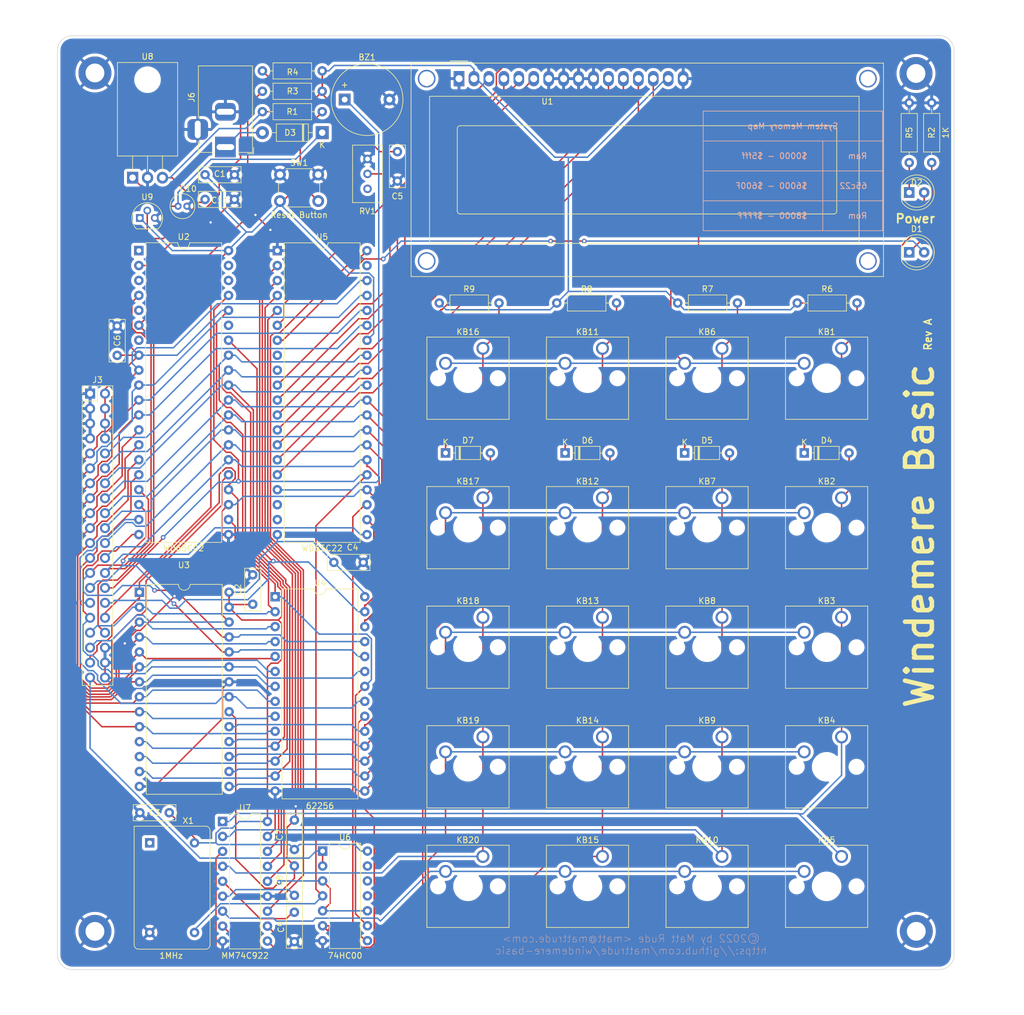
<source format=kicad_pcb>
(kicad_pcb (version 20211014) (generator pcbnew)
  (title_block (title "Windemere Basic") (date "2022-08-01") (rev "A") (company "Matt Rude <matt@mattrude.com>") (comment 1 "65c02 computer with LCD screen and 20 button keypad") (comment 2 "Memory Map:  RAM: $0000 - $5fff,  65c22: $6000 - $600f,  ROM: $8000 - $ffff") (comment 3 "Engineered and designed in Windemere Township, Pine County, Minnesota, USA"))
  (layers (0 "F.Cu" signal) (31 "B.Cu" signal) (34 "B.Paste" user) (35 "F.Paste" user) (36 "B.SilkS" user "B.Silkscreen") (37 "F.SilkS" user "F.Silkscreen") (38 "B.Mask" user) (39 "F.Mask" user) (44 "Edge.Cuts" user))
  (net 0 "")
  (net 1 "GND")
  (net 2 "Net-(D5-Pad2)")
  (net 3 "Net-(D6-Pad1)")
  (net 4 "+5V")
  (net 6 "Net-(RV1-Pad2)")
  (net 7 "/A12")
  (net 8 "Net-(BZ1-Pad1)")
  (net 9 "/A13")
  (net 10 "Net-(C1-Pad1)")
  (net 11 "/A14")
  (net 12 "Net-(C8-Pad1)")
  (net 13 "/A15")
  (net 14 "/D7")
  (net 15 "/D6")
  (net 16 "/D5")
  (net 17 "/A0")
  (net 18 "/D4")
  (net 19 "/A1")
  (net 20 "/D3")
  (net 21 "/A2")
  (net 22 "/D2")
  (net 23 "/A3")
  (net 24 "/D1")
  (net 25 "/A4")
  (net 26 "/D0")
  (net 27 "/A5")
  (net 28 "Net-(C9-Pad1)")
  (net 29 "/A6")
  (net 30 "/A7")
  (net 31 "/A8")
  (net 32 "Net-(D1-Pad2)")
  (net 33 "/A9")
  (net 34 "/A10")
  (net 35 "/A11")
  (net 36 "Net-(D2-Pad1)")
  (net 37 "Net-(C10-Pad1)")
  (net 38 "Net-(D1-Pad1)")
  (net 39 "Net-(D7-Pad1)")
  (net 40 "Net-(D7-Pad2)")
  (net 41 "Net-(J3-Pad26)")
  (net 42 "Net-(J3-Pad28)")
  (net 43 "Net-(J3-Pad30)")
  (net 44 "Net-(J3-Pad34)")
  (net 45 "Net-(KB12-Pad2)")
  (net 46 "Net-(KB14-Pad2)")
  (net 47 "Net-(R3-Pad1)")
  (net 48 "Net-(U1-Pad4)")
  (net 49 "Net-(U1-Pad5)")
  (net 50 "Net-(U1-Pad6)")
  (net 51 "Net-(U1-Pad11)")
  (net 52 "Net-(U1-Pad12)")
  (net 53 "Net-(U1-Pad13)")
  (net 54 "Net-(U1-Pad14)")
  (net 59 "Net-(D3-Pad2)")
  (net 60 "Net-(D4-Pad1)")
  (net 61 "Net-(D4-Pad2)")
  (net 62 "Net-(D5-Pad1)")
  (net 63 "Net-(D6-Pad2)")
  (net 68 "Net-(KB1-Pad2)")
  (net 69 "Net-(U3-Pad20)")
  (net 70 "Net-(KB10-Pad2)")
  (net 71 "Net-(KB13-Pad2)")
  (net 72 "Net-(U4-Pad20)")
  (net 73 "Net-(U5-Pad2)")
  (net 74 "Net-(U5-Pad3)")
  (net 75 "Net-(U5-Pad4)")
  (net 76 "Net-(U5-Pad5)")
  (net 81 "Net-(U5-Pad23)")
  (net 83 "Net-(U5-Pad40)")
  (footprint "Button_Switch_Keyboard:SW_Cherry_MX_1.00u_PCB" (layer "F.Cu") (at 246.33 131.5)
    (fp_text reference "KB8")
    (fp_text value "Push_Button")
  )
  (footprint "Button_Switch_Keyboard:SW_Cherry_MX_1.00u_PCB" (layer "F.Cu") (at 226.01 131.5)
    (fp_text reference "KB13")
    (fp_text value "Push_Button")
  )
  (footprint "Button_Switch_Keyboard:SW_Cherry_MX_1.00u_PCB" (layer "F.Cu") (at 226.01 172.14)
    (fp_text reference "KB15")
    (fp_text value "Push_Button")
  )
  (footprint "LED_THT:LED_D5.0mm" (layer "F.Cu") (at 278.15 59.295)
    (fp_text reference "D2")
    (fp_text value "LED_Red")
  )
  (footprint "Diode_THT:D_DO-35_SOD27_P7.62mm_Horizontal" (layer "F.Cu") (at 260.3 103.56)
    (fp_text reference "D4")
    (fp_text value "1N914")
  )
  (footprint "Button_Switch_Keyboard:SW_Cherry_MX_1.00u_PCB" (layer "F.Cu") (at 205.69 131.5)
    (fp_text reference "KB18")
    (fp_text value "Push_Button")
  )
  (footprint "Button_Switch_Keyboard:SW_Cherry_MX_1.00u_PCB" (layer "F.Cu") (at 246.33 172.14)
    (fp_text reference "KB10")
    (fp_text value "Push_Button")
  )
  (footprint "memory_map:6502-Memory_Map" (layer "F.Cu") (at 260.915 55.625)
    (fp_text reference "memory_map" hide)
    (fp_text value "6502-Memory_Map" hide)
  )
  (footprint "sockets:eeprom_socket" (layer "F.Cu") (at 145.425 120.9875)
    (fp_text reference "U3")
    (fp_text value "28C256")
  )
  (footprint "Button_Switch_Keyboard:SW_Cherry_MX_1.00u_PCB" (layer "F.Cu") (at 246.33 111.18)
    (fp_text reference "KB7")
    (fp_text value "Push_Button")
  )
  (footprint "Diode_THT:D_DO-35_SOD27_P7.62mm_Horizontal" (layer "F.Cu") (at 239.98 103.56)
    (fp_text reference "D5")
    (fp_text value "1N914")
  )
  (footprint "Buzzer_Beeper:Buzzer_12x9.5RM7.6" (layer "F.Cu") (at 182.2 43.5)
    (fp_text reference "BZ1")
    (fp_text value "Buzzer")
  )
  (footprint "Package_DIP:DIP-40_W15.24mm" (layer "F.Cu") (at 170.75 69.175)
    (fp_text reference "U5")
    (fp_text value "WD65C22")
  )
  (footprint "Resistor_THT:R_Axial_DIN0207_L6.3mm_D2.5mm_P10.16mm_Horizontal" (layer "F.Cu") (at 259.12 78.075)
    (fp_text reference "R6")
    (fp_text value "100K")
  )
  (footprint "Button_Switch_Keyboard:SW_Cherry_MX_1.00u_PCB" (layer "F.Cu") (at 205.69 172.14)
    (fp_text reference "KB20")
    (fp_text value "Push_Button")
  )
  (footprint "Resistor_THT:R_Axial_DIN0207_L6.3mm_D2.5mm_P10.16mm_Horizontal" (layer "F.Cu") (at 168.22 38.625)
    (fp_text reference "R4")
    (fp_text value "1K" hide)
  )
  (footprint "Button_Switch_Keyboard:SW_Cherry_MX_1.00u_PCB" (layer "F.Cu") (at 266.65 85.78)
    (fp_text reference "KB1")
    (fp_text value "Push_Button")
  )
  (footprint "Package_DIP:DIP-14_W7.62mm" (layer "F.Cu") (at 178.4476 171.2242)
    (fp_text reference "U6")
    (fp_text value "74HC00")
  )
  (footprint "Resistor_THT:R_Axial_DIN0207_L6.3mm_D2.5mm_P10.16mm_Horizontal" (layer "F.Cu") (at 198.27 78.075)
    (fp_text reference "R9")
    (fp_text value "100K")
  )
  (footprint "Resistor_THT:R_Axial_DIN0207_L6.3mm_D2.5mm_P10.16mm_Horizontal" (layer "F.Cu") (at 281.965 54.215 90)
    (fp_text reference "R2")
    (fp_text value "1K")
  )
  (footprint "Capacitor_THT:C_Disc_D7.0mm_W2.5mm_P5.00mm" (layer "F.Cu") (at 191.16 52.35 -90)
    (fp_text reference "C5")
    (fp_text value "0.1uF")
  )
  (footprint "Resistor_THT:R_Axial_DIN0207_L6.3mm_D2.5mm_P10.16mm_Horizontal" (layer "F.Cu") (at 238.795 78.075)
    (fp_text reference "R7")
    (fp_text value "100K")
  )
  (footprint "Capacitor_THT:C_Disc_D7.0mm_W2.5mm_P5.00mm" (layer "F.Cu") (at 166.575 129.275 90)
    (fp_text reference "C2")
    (fp_text value "0.1uF")
  )
  (footprint "Package_DIP:DIP-18_W7.62mm" (layer "F.Cu") (at 161.45 166.2)
    (fp_text reference "U7")
    (fp_text value "MM74C922")
  )
  (footprint "Button_Switch_THT:SW_PUSH_6mm" (layer "F.Cu") (at 171.2015 56.25)
    (fp_text reference "SW1")
    (fp_text value "Reset Button")
  )
  (footprint "Capacitor_THT:C_Disc_D7.0mm_W2.5mm_P5.00mm" (layer "F.Cu") (at 143.535 86.981 90)
    (fp_text reference "C6")
    (fp_text value "0.1uF")
  )
  (footprint "Capacitor_THT:C_Disc_D7.0mm_W2.5mm_P5.00mm" (layer "F.Cu") (at 173.65 181.625 -90)
    (fp_text reference "C9")
    (fp_text value "0.1uF")
  )
  (footprint "Package_DIP:DIP-28_W15.24mm" (layer "F.Cu") (at 170.375 128)
    (fp_text reference "U4")
    (fp_text value "62256")
  )
  (footprint "Resistor_THT:R_Axial_DIN0207_L6.3mm_D2.5mm_P10.16mm_Horizontal" (layer "F.Cu") (at 218.245 78.075)
    (fp_text reference "R8")
    (fp_text value "100K")
  )
  (footprint "Capacitor_THT:C_Disc_D7.0mm_W2.5mm_P5.00mm" (layer "F.Cu") (at 173.65 170.9625 90)
    (fp_text reference "C7")
    (fp_text value "0.1uF")
  )
  (footprint "Potentiometer_THT:Potentiometer_Bourns_3296W_Vertical" (layer "F.Cu") (at 186.08 58.67 -90)
    (fp_text reference "RV1")
    (fp_text value "10K")
  )
  (footprint "Diode_THT:D_DO-35_SOD27_P7.62mm_Horizontal" (layer "F.Cu") (at 219.66 103.56)
    (fp_text reference "D6")
    (fp_text value "1N914")
  )
  (footprint "MountingHole:MountingHole_3.2mm_M3_DIN965_Pad_TopBottom" (layer "F.Cu") (at 279.2984 39.0652)
    (fp_text reference "REF2" hide)
    (fp_text value "MountingHole_3.2mm_M3_DIN965_Pad_TopBottom" hide)
  )
  (footprint "Diode_THT:D_DO-35_SOD27_P7.62mm_Horizontal" (layer "F.Cu") (at 199.34 103.56)
    (fp_text reference "D7")
    (fp_text value "1N914")
  )
  (footprint "Connector_PinHeader_2.54mm:PinHeader_2x20_P2.54mm_Vertical" (layer "F.Cu") (at 138.925 93.475)
    (fp_text reference "J3")
    (fp_text value "Connector")
  )
  (footprint "Button_Switch_Keyboard:SW_Cherry_MX_1.00u_PCB" (layer "F.Cu") (at 205.69 85.78)
    (fp_text reference "KB16")
    (fp_text value "Push_Button")
  )
  (footprint "Capacitor_THT:C_Disc_D7.0mm_W2.5mm_P5.00mm" (layer "F.Cu") (at 180.365 122.16)
    (fp_text reference "C4")
    (fp_text value "0.1uF")
  )
  (footprint "Oscillator:Oscillator_DIP-14" (layer "F.Cu") (at 149.0576 169.83 -90)
    (fp_text reference "X1")
    (fp_text value "1MHz")
  )
  (footprint "Button_Switch_Keyboard:SW_Cherry_MX_1.00u_PCB" (layer "F.Cu") (at 266.65 172.14)
    (fp_text reference "KB5")
    (fp_text value "Push_Button")
  )
  (footprint "Package_DIP:DIP-40_W15.24mm" (layer "F.Cu") (at 147.215 69.165)
    (fp_text reference "U2")
    (fp_text value "WD65C02")
  )
  (footprint "Diode_THT:D_DO-41_SOD81_P10.16mm_Horizontal" (layer "F.Cu") (at 178.38 49.125 180)
    (fp_text reference "D3")
    (fp_text value "1N5819")
  )
  (footprint "Package_TO_SOT_THT:TO-220-3_Horizontal_TabDown" (layer "F.Cu") (at 146.1525 56.78)
    (fp_text reference "U8")
    (fp_text value "L7805")
  )
  (footprint "Resistor_THT:R_Axial_DIN0207_L6.3mm_D2.5mm_P10.16mm_Horizontal" (layer "F.Cu") (at 278.15 54.215 90)
    (fp_text reference "R5" hide)
    (fp_text value "1K")
  )
  (footprint "MountingHole:MountingHole_3.2mm_M3_DIN965_Pad_TopBottom" (layer "F.Cu") (at 139.75 38.975)
    (fp_text reference "REF1" hide)
    (fp_text value "MountingHole_3.2mm_M3_DIN965_Pad_TopBottom" hide)
  )
  (footprint "Button_Switch_Keyboard:SW_Cherry_MX_1.00u_PCB" (layer "F.Cu") (at 266.65 131.5)
    (fp_text reference "KB3")
    (fp_text value "Push_Button")
  )
  (footprint "Button_Switch_Keyboard:SW_Cherry_MX_1.00u_PCB" (layer "F.Cu") (at 226.01 151.82)
    (fp_text reference "KB14")
    (fp_text value "Push_Button")
  )
  (footprint "Button_Switch_Keyboard:SW_Cherry_MX_1.00u_PCB" (layer "F.Cu") (at 226.01 111.18)
    (fp_text reference "KB12")
    (fp_text value "Push_Button")
  )
  (footprint "Button_Switch_Keyboard:SW_Cherry_MX_1.00u_PCB" (layer "F.Cu") (at 205.69 111.18)
    (fp_text reference "KB17")
    (fp_text value "Push_Button")
  )
  (footprint "MountingHole:MountingHole_3.2mm_M3_DIN965_Pad_TopBottom" (layer "F.Cu") (at 139.75 184.875)
    (fp_text reference "REF3" hide)
    (fp_text value "MountingHole_3.2mm_M3_DIN965_Pad_TopBottom" hide)
  )
  (footprint "Capacitor_THT:C_Disc_D7.0mm_W2.5mm_P5.00mm" (layer "F.Cu") (at 173.65 178.75 90)
    (fp_text reference "C8")
    (fp_text value "1uF")
  )
  (footprint "Button_Switch_Keyboard:SW_Cherry_MX_1.00u_PCB" (layer "F.Cu") (at 246.33 151.82)
    (fp_text reference "KB9")
    (fp_text value "Push_Button")
  )
  (footprint "Resistor_THT:R_Axial_DIN0207_L6.3mm_D2.5mm_P10.16mm_Horizontal" (layer "F.Cu") (at 168.22 42.0917)
    (fp_text reference "R3")
    (fp_text value "1K" hide)
  )
  (footprint "Capacitor_THT:C_Disc_D7.0mm_W2.5mm_P5.00mm" (layer "F.Cu") (at 152.385 164.705 180)
    (fp_text reference "C3")
    (fp_text value "0.1uF")
  )
  (footprint "Resistor_THT:R_Axial_DIN0207_L6.3mm_D2.5mm_P10.16mm_Horizontal" (layer "F.Cu") (at 168.22 45.5583)
    (fp_text reference "R1")
    (fp_text value "1K" hide)
  )
  (footprint "Button_Switch_Keyboard:SW_Cherry_MX_1.00u_PCB" (layer "F.Cu") (at 266.65 111.18)
    (fp_text reference "KB2")
    (fp_text value "Push_Button")
  )
  (footprint "Button_Switch_Keyboard:SW_Cherry_MX_1.00u_PCB" (layer "F.Cu") (at 226.01 85.78)
    (fp_text reference "KB11")
    (fp_text value "Push_Button")
  )
  (footprint "Capacitor_THT:C_Disc_D7.0mm_W2.5mm_P5.00mm" (layer "F.Cu") (at 158.4675 56.275)
    (fp_text reference "C1")
    (fp_text value "1uF")
  )
  (footprint "Package_TO_SOT_THT:TO-92" (layer "F.Cu") (at 147.375 63.625)
    (fp_text reference "U9")
    (fp_text value "MCP102-475")
  )
  (footprint "MountingHole:MountingHole_3.2mm_M3_DIN965_Pad_TopBottom" (layer "F.Cu") (at 279.3492 184.8612)
    (fp_text reference "REF4" hide)
    (fp_text value "MountingHole_3.2mm_M3_DIN965_Pad_TopBottom" hide)
  )
  (footprint "Display:WC1602A" (layer "F.Cu") (at 201.63 39.9425)
    (fp_text reference "U1")
    (fp_text value "HD44780U")
  )
  (footprint "Capacitor_THT:C_Radial_D4.0mm_H7.0mm_P1.50mm" (layer "F.Cu") (at 153.875 61.625)
    (fp_text reference "C10")
    (fp_text value "1µF")
  )
  (footprint "LED_THT:LED_D5.0mm" (layer "F.Cu") (at 278.15 69.455)
    (fp_text reference "D1")
    (fp_text value "LED_Yellow")
  )
  (footprint "Button_Switch_Keyboard:SW_Cherry_MX_1.00u_PCB" (layer "F.Cu") (at 205.69 151.82)
    (fp_text reference "KB19")
    (fp_text value "Push_Button")
  )
  (footprint "Capacitor_THT:C_Disc_D7.0mm_W2.5mm_P5.00mm" (layer "F.Cu") (at 158.4675 60.475)
    (fp_text reference "C11")
    (fp_text value "0.1uF")
  )
  (footprint "Button_Switch_Keyboard:SW_Cherry_MX_1.00u_PCB" (layer "F.Cu") (at 266.65 151.82)
    (fp_text reference "KB4")
    (fp_text value "Push_Button")
  )
  (footprint "Button_Switch_Keyboard:SW_Cherry_MX_1.00u_PCB" (layer "F.Cu") (at 246.33 85.78)
    (fp_text reference "KB6")
    (fp_text value "Push_Button")
  )
  (footprint "Connector_BarrelJack:BarrelJack_Horizontal" (layer "F.Cu") (at 161.925 51.575 -90)
    (fp_text reference "J6")
    (fp_text value "Barrel_Jack")
  )
  (gr_line (start 135.915 191.375) (end 283.235 191.375) (layer "Edge.Cuts") (width 0.1))
  (gr_arc (start 285.775 188.835) (mid 285.031051 190.631051) (end 283.235 191.375) (layer "Edge.Cuts") (width 0.1))
  (gr_arc (start 135.915 191.375) (mid 134.118949 190.631051) (end 133.375 188.835) (layer "Edge.Cuts") (width 0.1))
  (gr_arc (start 283.235 32.625) (mid 285.031051 33.368949) (end 285.775 35.165) (layer "Edge.Cuts") (width 0.1))
  (gr_line (start 285.775 188.835) (end 285.775 35.165) (layer "Edge.Cuts") (width 0.1))
  (gr_line (start 133.375 188.835) (end 133.375 35.165) (layer "Edge.Cuts") (width 0.1))
  (gr_line (start 135.915 32.625) (end 283.235 32.625) (layer "Edge.Cuts") (width 0.1))
  (gr_arc (start 133.375 35.165) (mid 134.118949 33.368949) (end 135.915 32.625) (layer "Edge.Cuts") (width 0.1))
  (gr_text "©2022 by Matt Rude <matt@mattrude.com>\nhttps://github.com/mattrude/windemere-basic" (at 230.875 187.125) (layer "B.SilkS") (effects (font (size 1.27 1.27) (thickness 0.0635)) (justify mirror)))
  (gr_text "Rev ${REVISION}" (at 281.33 83.425 90) (layer "F.SilkS") (effects (font (size 1.27 1.27) (thickness 0.254))))
  (gr_text "Windemere Basic" (at 279.925 117.652801 90) (layer "F.SilkS") (effects (font (size 4.572 4.572) (thickness 0.762))))
  (gr_text "Power" (at 279.175 63.74) (layer "F.SilkS") (effects (font (size 1.5 1.5) (thickness 0.3))))
  (segment (start 159.5675 64.375) (end 159.41 64.375) (width 0.25) (layer "F.Cu") (net 1))
  (segment (start 141.465 141.735) (end 141.465 139.195) (width 0.25) (layer "F.Cu") (net 1))
  (segment (start 172.375 167.125) (end 172.375 172.475) (width 0.25) (layer "F.Cu") (net 1))
  (segment (start 167.03 63.105) (end 169.57 65.645) (width 0.25) (layer "F.Cu") (net 1))
  (segment (start 149.885 160.26) (end 149.870257 160.245257) (width 0.25) (layer "F.Cu") (net 1))
  (segment (start 146.844865 133.720746) (end 147.485465 133.720746) (width 0.25) (layer "F.Cu") (net 1))
  (segment (start 173.875 165.738) (end 173.65 165.962) (width 0.25) (layer "F.Cu") (net 1))
  (segment (start 163.4675 60.475) (end 159.5675 64.375) (width 0.25) (layer "F.Cu") (net 1))
  (segment (start 161.425654 148.719346) (end 149.885 160.26) (width 0.25) (layer "F.Cu") (net 1))
  (segment (start 153.275 127.931211) (end 153.275 127.875) (width 0.25) (layer "F.Cu") (net 1))
  (segment (start 144.825 135.925) (end 144.825 135.740611) (width 0.25) (layer "F.Cu") (net 1))
  (segment (start 144.825 135.740611) (end 146.844865 133.720746) (width 0.25) (layer "F.Cu") (net 1))
  (segment (start 173.65 173.75) (end 173.65 175.85) (width 0.25) (layer "F.Cu") (net 1))
  (segment (start 170.6 178.9) (end 169.07 178.9) (width 0.25) (layer "F.Cu") (net 1))
  (segment (start 161.425654 143.590257) (end 161.425654 148.719346) (width 0.25) (layer "F.Cu") (net 1))
  (segment (start 149.870257 160.245257) (end 147.310654 160.245257) (width 0.25) (layer "F.Cu") (net 1))
  (segment (start 173.875 163.625) (end 173.875 165.738) (width 0.25) (layer "F.Cu") (net 1))
  (segment (start 147.485465 133.720746) (end 153.275 127.931211) (width 0.25) (layer "F.Cu") (net 1))
  (segment (start 172.488 167.125) (end 172.375 167.125) (width 0.25) (layer "F.Cu") (net 1))
  (segment (start 173.65 175.85) (end 170.6 178.9) (width 0.25) (layer "F.Cu") (net 1))
  (segment (start 172.375 172.475) (end 173.65 173.75) (width 0.25) (layer "F.Cu") (net 1))
  (segment (start 173.65 165.962) (end 172.488 167.125) (width 0.25) (layer "F.Cu") (net 1))
  (segment (start 162.550654 142.465257) (end 161.425654 143.590257) (width 0.25) (layer "F.Cu") (net 1))
  (via (at 173.875 163.625) (size 0.8) (drill 0.4) (layers "F.Cu" "B.Cu") (net 1))
  (via (at 159.41 64.375) (size 0.8) (drill 0.4) (layers "F.Cu" "B.Cu") (net 1))
  (via (at 153.275 127.875) (size 0.8) (drill 0.4) (layers "F.Cu" "B.Cu") (net 1))
  (via (at 167.03 63.105) (size 0.8) (drill 0.4) (layers "F.Cu" "B.Cu") (net 1))
  (via (at 144.825 135.925) (size 0.8) (drill 0.4) (layers "F.Cu" "B.Cu") (net 1))
  (via (at 169.57 65.645) (size 0.8) (drill 0.4) (layers "F.Cu" "B.Cu") (net 1))
  (segment (start 147.776645 143.590257) (end 143.320257 143.590257) (width 0.25) (layer "B.Cu") (net 1))
  (segment (start 161.750655 143.265256) (end 148.101646 143.265256) (width 0.25) (layer "B.Cu") (net 1))
  (segment (start 141.465 139.195) (end 141.465 136.655) (width 0.25) (layer "B.Cu") (net 1))
  (segment (start 162.550654 142.465257) (end 161.750655 143.265256) (width 0.25) (layer "B.Cu") (net 1))
  (segment (start 143.320257 143.590257) (end 141.465 141.735) (width 0.25) (layer "B.Cu") (net 1))
  (segment (start 148.101646 143.265256) (end 147.776645 143.590257) (width 0.25) (layer "B.Cu") (net 1))
  (segment (start 247.6 103.56) (end 247.6 104.685) (width 0.25) (layer "F.Cu") (net 2))
  (segment (start 246.33 105.955) (end 246.33 111.18) (width 0.25) (layer "F.Cu") (net 2))
  (segment (start 246.33 111.18) (end 246.33 131.5) (width 0.25) (layer "F.Cu") (net 2))
  (segment (start 246.33 172.14) (end 246.33 151.82) (width 0.25) (layer "F.Cu") (net 2))
  (segment (start 246.33 151.82) (end 246.33 131.5) (width 0.25) (layer "F.Cu") (net 2))
  (segment (start 247.6 104.685) (end 246.33 105.955) (width 0.25) (layer "F.Cu") (net 2))
  (segment (start 163.701 167.615) (end 162.575 168.74) (width 0.25) (layer "B.Cu") (net 2))
  (segment (start 162.575 168.74) (end 161.45 168.74) (width 0.25) (layer "B.Cu") (net 2))
  (segment (start 241.805 167.615) (end 163.701 167.615) (width 0.25) (layer "B.Cu") (net 2))
  (segment (start 246.33 172.14) (end 241.805 167.615) (width 0.25) (layer "B.Cu") (net 2))
  (segment (start 226.01 96.0847) (end 226.01 85.78) (width 0.25) (layer "F.Cu") (net 3))
  (segment (start 219.66 103.56) (end 219.66 102.435) (width 0.25) (layer "F.Cu") (net 3))
  (segment (start 219.66 102.435) (end 226.01 96.0847) (width 0.25) (layer "F.Cu") (net 3))
  (segment (start 228.405 83.385) (end 228.405 78.075) (width 0.25) (layer "F.Cu") (net 3))
  (segment (start 226.01 85.78) (end 228.405 83.385) (width 0.25) (layer "F.Cu") (net 3))
  (segment (start 164.869 119.683296) (end 164.869 100.426) (width 0.25) (layer "F.Cu") (net 4))
  (segment (start 160.418 96.6652) (end 160.418 81.362) (width 0.25) (layer "F.Cu") (net 4))
  (segment (start 280.69 64.48931) (end 267.10431 78.075) (width 0.25) (layer "F.Cu") (net 4))
  (segment (start 171.5 138.625) (end 171.5 132.538) (width 0.25) (layer "F.Cu") (net 4))
  (segment (start 157.085 60.9733) (end 157.085 61.4148) (width 0.25) (layer "F.Cu") (net 4))
  (segment (start 168.22 45.5583) (end 174.942 45.5583) (width 0.25) (layer "F.Cu") (net 4))
  (segment (start 162.128 98.375) (end 160.418 96.6652) (width 0.25) (layer "F.Cu") (net 4))
  (segment (start 162.551 129.157) (end 162.551 128.191) (width 0.25) (layer "F.Cu") (net 4))
  (segment (start 178.38 42.0917) (end 178.38 38.625) (width 0.25) (layer "F.Cu") (net 4))
  (segment (start 162.551 129.801) (end 162.551 129.157) (width 0.25) (layer "F.Cu") (net 4))
  (segment (start 141.465 92.695) (end 141.465 93.475) (width 0.25) (layer "F.Cu") (net 4))
  (segment (start 170.82451 126.238806) (end 170.82451 125.638806) (width 0.25) (layer "F.Cu") (net 4))
  (segment (start 156.6776 168.9976) (end 156.6776 169.83) (width 0.25) (layer "F.Cu") (net 4))
  (segment (start 157.085 60.9733) (end 157.969 60.9733) (width 0.25) (layer "F.Cu") (net 4))
  (segment (start 157.085 61.4148) (end 151.375 67.125) (width 0.25) (layer "F.Cu") (net 4))
  (segment (start 143.571 86.945) (end 143.535 86.981) (width 0.25) (layer "F.Cu") (net 4))
  (segment (start 178.38 42.54625) (end 178.38 42.0917) (width 0.25) (layer "F.Cu") (net 4))
  (segment (start 151.2325 56.78) (end 152.892 56.78) (width 0.25) (layer "F.Cu") (net 4))
  (segment (start 162.551 129.157) (end 162.5507 129.1573) (width 0.25) (layer "F.Cu") (net 4))
  (segment (start 162.551 128.191) (end 162.551 127.225) (width 0.25) (layer "F.Cu") (net 4))
  (segment (start 145.375 85.125) (end 145.395 85.125) (width 0.25) (layer "F.Cu") (net 4))
  (segment (start 141.465 93.475) (end 141.465 96.015) (width 0.25) (layer "F.Cu") (net 4))
  (segment (start 174.942 45.5583) (end 178.38 42.12) (width 0.25) (layer "F.Cu") (net 4))
  (segment (start 162.818 98.375) (end 162.128 98.375) (width 0.25) (layer "F.Cu") (net 4))
  (segment (start 148.645 66.855) (end 148.375 67.125) (width 0.25) (layer "F.Cu") (net 4))
  (segment (start 162.551 128.191) (end 162.5507 128.1907) (width 0.25) (layer "F.Cu") (net 4))
  (segment (start 171.5 126.914296) (end 170.82451 126.238806) (width 0.25) (layer "F.Cu") (net 4))
  (segment (start 148.645 62.355) (end 148.645 66.855) (width 0.25) (layer "F.Cu") (net 4))
  (segment (start 162.5507 129.1573) (end 162.5507 129.7653) (width 0.25) (layer "F.Cu") (net 4))
  (segment (start 170.82451 125.638806) (end 164.869 119.683296) (width 0.25) (layer "F.Cu") (net 4))
  (segment (start 152.892 56.78) (end 157.085 60.9733) (width 0.25) (layer "F.Cu") (net 4))
  (segment (start 157.969 60.9733) (end 158.4677 60.4752) (width 0.25) (layer "F.Cu") (net 4))
  (segment (start 145.395 85.125) (end 147.215 86.945) (width 0.25) (layer "F.Cu") (net 4))
  (segment (start 171.5 132.538) (end 170.917 131.955) (width 0.25) (layer "F.Cu") (net 4))
  (segment (start 164.869 100.426) (end 162.818 98.375) (width 0.25) (layer "F.Cu") (net 4))
  (segment (start 169.07 166.2) (end 169.07 139.922) (width 0.25) (layer "F.Cu") (net 4))
  (segment (start 145.375 68.3196) (end 145.375 85.125) (width 0.25) (layer "F.Cu") (net 4))
  (segment (start 267.10431 78.075) (end 259.12 78.075) (width 0.25) (layer "F.Cu") (net 4))
  (segment (start 188.18375 52.35) (end 178.38 42.54625) (width 0.25) (layer "F.Cu") (net 4))
  (segment (start 147.215 86.945) (end 143.571 86.945) (width 0.25) (layer "F.Cu") (net 4))
  (segment (start 170.917 131.955) (end 171.5 131.371) (width 0.25) (layer "F.Cu") (net 4))
  (segment (start 162.5507 128.1907) (end 162.5507 127.2253) (width 0.25) (layer "F.Cu") (net 4))
  (segment (start 162.990911 129.325) (end 162.550654 129.765257) (width 0.25) (layer "F.Cu") (net 4))
  (segment (start 191.16 52.35) (end 188.18375 52.35) (width 0.25) (layer "F.Cu") (net 4))
  (segment (start 169.708 139.285) (end 170.841 139.285) (width 0.25) (layer "F.Cu") (net 4))
  (segment (start 164.705 131.955) (end 162.551 129.801) (width 0.25) (layer "F.Cu") (net 4))
  (segment (start 160.418 81.362) (end 162.455 79.325) (width 0.25) (layer "F.Cu") (net 4))
  (segment (start 170.917 131.955) (end 164.705 131.955) (width 0.25) (layer "F.Cu") (net 4))
  (segment (start 146.57 67.125) (end 145.375 68.3196) (width 0.25) (layer "F.Cu") (net 4))
  (segment (start 147.215 86.945) (end 141.465 92.695) (width 0.25) (layer "F.Cu") (net 4))
  (segment (start 165.675 129.325) (end 162.990911 129.325) (width 0.25) (layer "F.Cu") (net 4))
  (segment (start 170.841 139.285) (end 171.5 138.625) (width 0.25) (layer "F.Cu") (net 4))
  (segment (start 148.375 67.125) (end 146.57 67.125) (width 0.25) (layer "F.Cu") (net 4))
  (segment (start 178.38 42.12) (end 178.38 42.0917) (width 0.25) (layer "F.Cu") (net 4))
  (segment (start 171.5 131.371) (end 171.5 126.914296) (width 0.25) (layer "F.Cu") (net 4))
  (segment (start 151.375 67.125) (end 148.375 67.125) (width 0.25) (layer "F.Cu") (net 4))
  (segment (start 280.69 59.295) (end 280.69 64.48931) (width 0.25) (layer "F.Cu") (net 4))
  (segment (start 141.465 98.555) (end 141.465 96.015) (width 0.25) (layer "F.Cu") (net 4))
  (segment (start 152.385 164.705) (end 156.6776 168.9976) (width 0.25) (layer "F.Cu") (net 4))
  (segment (start 169.07 139.922) (end 169.708 139.285) (width 0.25) (layer "F.Cu") (net 4))
  (segment (start 164.249 166.2) (end 163.124 167.325) (width 0.25) (layer "B.Cu") (net 4))
  (segment (start 162.455 79.325) (end 161.33 79.325) (width 0.25) (layer "B.Cu") (net 4))
  (segment (start 183.817 170.099) (end 184.942 171.224) (width 0.25) (layer "B.Cu") (net 4))
  (segment (start 160.325 168.198) (end 160.325 169.83) (width 0.25) (layer "B.Cu") (net 4))
  (segment (start 153.71 86.945) (end 147.215 86.945) (width 0.25) (layer "B.Cu") (net 4))
  (segment (start 257.986 79.2089) (end 239.929 79.2089) (width 0.25) (layer "B.Cu") (net 4))
  (segment (start 170.815 118.625) (end 170.75 118.56) (width 0.25) (layer "B.Cu") (net 4))
  (segment (start 217.099 79.221) (end 199.416 79.221) (width 0.25) (layer "B.Cu") (net 4))
  (segment (start 172.806 170.118) (end 173.65 170.962) (width 0.25) (layer "B.Cu") (net 4))
  (segment (start 199.416 79.221) (end 198.27 78.075) (width 0.25) (layer "B.Cu") (net 4))
  (segment (start 167.699511 121.610489) (end 170.75 118.56) (width 0.25) (layer "B.Cu") (net 4))
  (segment (start 173.65 170.962) (end 174.514 170.099) (width 0.25) (layer "B.Cu") (net 4))
  (segment (start 165.3533 48.425) (end 168.22 45.5583) (width 0.25) (layer "B.Cu") (net 4))
  (segment (start 165.4747 127.2253) (end 167.699511 125.000489) (width 0.25) (layer "B.Cu") (net 4))
  (segment (start 176.83 118.625) (end 170.815 118.625) (width 0.25) (layer "B.Cu") (net 4))
  (segment (start 170.75 117.435) (end 170.75 118.56) (width 0.25) (layer "B.Cu") (net 4))
  (segment (start 163.124 167.325) (end 161.197 167.325) (width 0.25) (layer "B.Cu") (net 4))
  (segment (start 161.197 167.325) (end 160.325 168.198) (width 0.25) (layer "B.Cu") (net 4))
  (segment (start 185.615 127.41) (end 176.83 118.625) (width 0.25) (layer "B.Cu") (net 4))
  (segment (start 259.12 78.075) (end 257.986 79.2089) (width 0.25) (layer "B.Cu") (net 4))
  (segment (start 169.07 166.2) (end 164.249 166.2) (width 0.25) (layer "B.Cu") (net 4))
  (segment (start 203.5578 37.705) (end 204.17 38.3172) (width 0.25) (layer "B.Cu") (net 4))
  (segment (start 160.866 48.425) (end 165.3533 48.425) (width 0.25) (layer "B.Cu") (net 4))
  (segment (start 173.65 170.9625) (end 173.65 170.962) (width 0.25) (layer "B.Cu") (net 4))
  (segment (start 217.904 53.2935) (end 204.553 39.9425) (width 0.25) (layer "B.Cu") (net 4))
  (segment (start 223.456 53.2935) (end 236.807 39.9425) (width 0.25) (layer "B.Cu") (net 4))
  (segment (start 204.17 38.3172) (end 204.17 39.9425) (width 0.25) (layer "B.Cu") (net 4))
  (segment (start 239.929 79.2089) (end 238.795 78.075) (width 0.25) (layer "B.Cu") (net 4))
  (segment (start 161.33 79.325) (end 153.71 86.945) (width 0.25) (layer "B.Cu") (net 4))
  (segment (start 160.325 169.83) (end 160.613 170.118) (width 0.25) (layer "B.Cu") (net 4))
  (segment (start 141.465 101.095) (end 141.465 98.555) (width 0.25) (layer "B.Cu") (net 4))
  (segment (start 180.425 37.705) (end 203.5578 37.705) (width 0.25) (layer "B.Cu") (net 4))
  (segment (start 220.213 76.1072) (end 220.213 53.2935) (width 0.25) (layer "B.Cu") (net 4))
  (segment (start 218.245 78.075) (end 217.099 79.221) (width 0.25) (layer "B.Cu") (net 4))
  (segment (start 156.678 169.83) (end 160.325 169.83) (width 0.25) (layer "B.Cu") (net 4))
  (segment (start 151.2325 56.78) (end 152.511 56.78) (width 0.25) (layer "B.Cu") (net 4))
  (segment (start 160.613 170.118) (end 172.806 170.118) (width 0.25) (layer "B.Cu") (net 4))
  (segment (start 156.678 169.83) (end 156.6776 169.83) (width 0.25) (layer "B.Cu") (net 4))
  (segment (start 220.213 76.1072) (end 218.245 78.075) (width 0.25) (layer "B.Cu") (net 4))
  (segment (start 204.553 39.9425) (end 204.17 39.9425) (width 0.25) (layer "B.Cu") (net 4))
  (segment (start 236.827 76.1072) (end 220.213 76.1072) (width 0.25) (layer "B.Cu") (net 4))
  (segment (start 185.615 128) (end 185.615 127.41) (width 0.25) (layer "B.Cu") (net 4))
  (segment (start 236.807 39.9425) (end 237.19 39.9425) (width 0.25) (layer "B.Cu") (net 4))
  (segment (start 220.213 53.2935) (end 223.456 53.2935) (width 0.25) (layer "B.Cu") (net 4))
  (segment (start 152.511 56.78) (end 160.866 48.425) (width 0.25) (layer "B.Cu") (net 4))
  (segment (start 179.505 38.625) (end 180.425 37.705) (width 0.25) (layer "B.Cu") (net 4))
  (segment (start 238.795 78.075) (end 236.827 76.1072) (width 0.25) (layer "B.Cu") (net 4))
  (segment (start 167.699511 125.000489) (end 167.699511 121.610489) (width 0.25) (layer "B.Cu") (net 4))
  (segment (start 162.5507 127.2253) (end 165.4747 127.2253) (width 0.25) (layer "B.Cu") (net 4))
  (segment (start 184.942 171.224) (end 186.0674 171.224) (width 0.25) (layer "B.Cu") (net 4))
  (segment (start 178.38 38.625) (end 179.505 38.625) (width 0.25) (layer "B.Cu") (net 4))
  (segment (start 174.514 170.099) (end 183.817 170.099) (width 0.25) (layer "B.Cu") (net 4))
  (segment (start 220.213 53.2935) (end 217.904 53.2935) (width 0.25) (layer "B.Cu") (net 4))
  (segment (start 186.08 56.13) (end 190.5225 56.13) (width 0.25) (layer "F.Cu") (net 6))
  (segment (start 190.5225 56.13) (end 206.71 39.9425) (width 0.25) (layer "F.Cu") (net 6))
  (segment (start 162.455 114.885) (end 163.58 116.01) (width 0.25) (layer "F.Cu") (net 7))
  (segment (start 163.58 116.01) (end 163.58 119.665718) (width 0.25) (layer "F.Cu") (net 7))
  (segment (start 169.250489 129.415489) (end 170.375 130.54) (width 0.25) (layer "F.Cu") (net 7))
  (segment (start 163.58 119.665718) (end 169.250489 125.336207) (width 0.25) (layer "F.Cu") (net 7))
  (segment (start 169.250489 125.336207) (end 169.250489 129.415489) (width 0.25) (layer "F.Cu") (net 7))
  (segment (start 147.3105 129.765) (end 148.436 129.765) (width 0.25) (layer "B.Cu") (net 7))
  (segment (start 138.925 134.115) (end 140.1 132.94) (width 0.25) (layer "B.Cu") (net 7))
  (segment (start 147.3107 129.7652) (end 147.3107 129.7653) (width 0.25) (layer "B.Cu") (net 7))
  (segment (start 147.3105 129.765) (end 147.3107 129.7652) (width 0.25) (layer "B.Cu") (net 7))
  (segment (start 169.25 130.54) (end 170.375 130.54) (width 0.25) (layer "B.Cu") (net 7))
  (segment (start 168.899 130.891) (end 169.25 130.54) (width 0.25) (layer "B.Cu") (net 7))
  (segment (start 140.1 132.94) (end 143.011 132.94) (width 0.25) (layer "B.Cu") (net 7))
  (segment (start 148.436 129.765) (end 149.561 130.891) (width 0.25) (layer "B.Cu") (net 7))
  (segment (start 149.561 130.891) (end 168.899 130.891) (width 0.25) (layer "B.Cu") (net 7))
  (segment (start 143.011 132.94) (end 146.185 129.765) (width 0.25) (layer "B.Cu") (net 7))
  (segment (start 146.185 129.765) (end 147.3105 129.765) (width 0.25) (layer "B.Cu") (net 7))
  (segment (start 187.985 49.135) (end 182.35 43.5) (width 0.25) (layer "B.Cu") (net 8))
  (segment (start 187.985 108.19) (end 187.985 49.135) (width 0.25) (layer "B.Cu") (net 8))
  (segment (start 183.413 109.841) (end 184.683 108.571) (width 0.25) (layer "B.Cu") (net 8))
  (segment (start 187.604 108.571) (end 187.985 108.19) (width 0.25) (layer "B.Cu") (net 8))
  (segment (start 182.35 43.5) (end 182.2 43.5) (width 0.25) (layer "B.Cu") (net 8))
  (segment (start 184.683 108.571) (end 187.604 108.571) (width 0.25) (layer "B.Cu") (net 8))
  (segment (start 170.776 109.841) (end 183.413 109.841) (width 0.25) (layer "B.Cu") (net 8))
  (segment (start 170.75 109.815) (end 170.776 109.841) (width 0.25) (layer "B.Cu") (net 8))
  (segment (start 161.33 113.47) (end 161.33 131.084) (width 0.25) (layer "F.Cu") (net 9))
  (segment (start 162.5507 132.3053) (end 162.551 132.305) (width 0.25) (layer "F.Cu") (net 9))
  (segment (start 162.455 112.345) (end 161.33 113.47) (width 0.25) (layer "F.Cu") (net 9))
  (segment (start 185.896 131.955) (end 185.615 131.955) (width 0.25) (layer "F.Cu") (net 9))
  (segment (start 185.615 131.955) (end 185.615 133.08) (width 0.25) (layer "F.Cu") (net 9))
  (segment (start 187.594 111.419) (end 187.594 130.257) (width 0.25) (layer "F.Cu") (net 9))
  (segment (start 161.33 131.084) (end 162.551 132.305) (width 0.25) (layer "F.Cu") (net 9))
  (segment (start 187.594 130.257) (end 185.896 131.955) (width 0.25) (layer "F.Cu") (net 9))
  (segment (start 185.99 109.815) (end 187.594 111.419) (width 0.25) (layer "F.Cu") (net 9))
  (segment (start 146.824 131.135) (end 147.941 131.135) (width 0.25) (layer "B.Cu") (net 9))
  (segment (start 162.455 112.345) (end 163.58 112.345) (width 0.25) (layer "B.Cu") (net 9))
  (segment (start 164.985 110.94) (end 183.739 110.94) (width 0.25) (layer "B.Cu") (net 9))
  (segment (start 142.479 135.48) (end 146.824 131.135) (width 0.25) (layer "B.Cu") (net 9))
  (segment (start 149.111 132.305) (end 162.5507 132.305) (width 0.25) (layer "B.Cu") (net 9))
  (segment (start 183.739 110.94) (end 184.865 109.815) (width 0.25) (layer "B.Cu") (net 9))
  (segment (start 138.925 136.655) (end 140.1 135.48) (width 0.25) (layer "B.Cu") (net 9))
  (segment (start 163.58 112.345) (end 164.985 110.94) (width 0.25) (layer "B.Cu") (net 9))
  (segment (start 140.1 135.48) (end 142.479 135.48) (width 0.25) (layer "B.Cu") (net 9))
  (segment (start 147.941 131.135) (end 149.111 132.305) (width 0.25) (layer "B.Cu") (net 9))
  (segment (start 184.865 109.815) (end 185.99 109.815) (width 0.25) (layer "B.Cu") (net 9))
  (segment (start 159.459 72.1609) (end 159.459 112.773) (width 0.25) (layer "F.Cu") (net 10))
  (segment (start 174.644 57.8073) (end 174.644 57.6927) (width 0.25) (layer "F.Cu") (net 10))
  (segment (start 171.4518 61.0002) (end 174.644 57.8073) (width 0.25) (layer "F.Cu") (net 10))
  (segment (start 174.644 57.6927) (end 174.644 57.3942) (width 0.25) (layer "F.Cu") (net 10))
  (segment (start 176.3914 59.4397) (end 177.7015 60.7498) (width 0.25) (layer "F.Cu") (net 10))
  (segment (start 141.465 130.767) (end 141.465 131.575) (width 0.25) (layer "F.Cu") (net 10))
  (segment (start 162.455 69.165) (end 159.459 72.1609) (width 0.25) (layer "F.Cu") (net 10))
  (segment (start 171.2015 60.75) (end 171.2016 60.75) (width 0.25) (layer "F.Cu") (net 10))
  (segment (start 159.459 112.773) (end 141.465 130.767) (width 0.25) (layer "F.Cu") (net 10))
  (segment (start 178.38 45.62) (end 178.38 45.5583) (width 0.25) (layer "F.Cu") (net 10))
  (segment (start 174.644 49.3558) (end 178.38 45.62) (width 0.25) (layer "F.Cu") (net 10))
  (segment (start 174.644 57.3942) (end 174.644 49.3558) (width 0.25) (layer "F.Cu") (net 10))
  (segment (start 177.702 60.75) (end 176.3914 59.4397) (width 0.25) (layer "F.Cu") (net 10))
  (segment (start 176.3914 59.4397) (end 174.644 57.6927) (width 0.25) (layer "F.Cu") (net 10))
  (segment (start 171.2016 60.75) (end 171.4518 61.0002) (width 0.25) (layer "F.Cu") (net 10))
  (segment (start 174.644 57.6927) (end 174.644 57.3942) (width 0.25) (layer "F.Cu") (net 10))
  (segment (start 177.7015 60.7498) (end 177.7015 60.75) (width 0.25) (layer "F.Cu") (net 10))
  (segment (start 152.915 69.165) (end 162.455 69.165) (width 0.25) (layer "B.Cu") (net 10))
  (segment (start 162.455 69.0537) (end 165.5 66.0089) (width 0.25) (layer "B.Cu") (net 10))
  (segment (start 182.936 72.985) (end 186.347 72.985) (width 0.25) (layer "B.Cu") (net 10))
  (segment (start 159.942 57.7493) (end 159.9418 57.7493) (width 0.25) (layer "B.Cu") (net 10))
  (segment (start 162.455 69.165) (end 162.455 69.0537) (width 0.25) (layer "B.Cu") (net 10))
  (segment (start 161.416 61.9253) (end 165.5 66.0089) (width 0.25) (layer "B.Cu") (net 10))
  (segment (start 147.375 63.625) (end 152.915 69.165) (width 0.25) (layer "B.Cu") (net 10))
  (segment (start 159.942 57.7493) (end 161.416 59.2237) (width 0.25) (layer "B.Cu") (net 10))
  (segment (start 161.416 59.2237) (end 161.416 61.9253) (width 0.25) (layer "B.Cu") (net 10))
  (segment (start 166.443 66.0089) (end 171.202 61.25) (width 0.25) (layer "B.Cu") (net 10))
  (segment (start 158.468 56.275) (end 159.942 57.7493) (width 0.25) (layer "B.Cu") (net 10))
  (segment (start 187.115 83.2897) (end 185.99 84.415) (width 0.25) (layer "B.Cu") (net 10))
  (segment (start 159.9418 57.7493) (end 158.4675 56.275) (width 0.25) (layer "B.Cu") (net 10))
  (segment (start 186.347 72.985) (end 187.115 73.7536) (width 0.25) (layer "B.Cu") (net 10))
  (segment (start 171.202 61.25) (end 182.936 72.985) (width 0.25) (layer "B.Cu") (net 10))
  (segment (start 187.115 73.7536) (end 187.115 83.2897) (width 0.25) (layer "B.Cu") (net 10))
  (segment (start 165.5 66.0089) (end 166.443 66.0089) (width 0.25) (layer "B.Cu") (net 10))
  (segment (start 147.3107 126.9628) (end 147.3107 127.2253) (width 0.25) (layer "F.Cu") (net 11))
  (segment (start 170.375 125.825) (end 170.375 128) (width 0.25) (layer "F.Cu") (net 11))
  (segment (start 162.936 106.108) (end 161.969 106.108) (width 0.25) (layer "F.Cu") (net 11))
  (segment (start 162.455 109.805) (end 164.031 111.381) (width 0.25) (layer "F.Cu") (net 11))
  (segment (start 147.311 126.9625) (end 147.3107 126.9628) (width 0.25) (layer "F.Cu") (net 11))
  (segment (start 184.036 144.819) (end 185.615 143.24) (width 0.25) (layer "F.Cu") (net 11))
  (segment (start 164.031 111.381) (end 164.031 119.481) (width 0.25) (layer "F.Cu") (net 11))
  (segment (start 147.311 125.574) (end 147.311 126.9625) (width 0.25) (layer "F.Cu") (net 11))
  (segment (start 139.292 138.02) (end 138.925 138.02) (width 0.25) (layer "F.Cu") (net 11))
  (segment (start 140.1 137.212) (end 139.292 138.02) (width 0.25) (layer "F.Cu") (net 11))
  (segment (start 161.969 106.108) (end 160.879 107.198) (width 0.25) (layer "F.Cu") (net 11))
  (segment (start 142.652 134.613) (end 141.816 135.449) (width 0.25) (layer "F.Cu") (net 11))
  (segment (start 147.311 128.351) (end 147.075 128.351) (width 0.25) (layer "F.Cu") (net 11))
  (segment (start 160.879 112.006) (end 147.311 125.574) (width 0.25) (layer "F.Cu") (net 11))
  (segment (start 164.031 119.481) (end 170.375 125.825) (width 0.25) (layer "F.Cu") (net 11))
  (segment (start 162.455 109.805) (end 162.455 109.028) (width 0.25) (layer "F.Cu") (net 11))
  (segment (start 138.925 138.02) (end 138.925 139.195) (width 0.25) (layer "F.Cu") (net 11))
  (segment (start 160.879 107.198) (end 160.879 112.006) (width 0.25) (layer "F.Cu") (net 11))
  (segment (start 142.652 132.773) (end 142.652 134.613) (width 0.25) (layer "F.Cu") (net 11))
  (segment (start 162.455 109.028) (end 163.584 107.899) (width 0.25) (layer "F.Cu") (net 11))
  (segment (start 147.075 128.351) (end 142.652 132.773) (width 0.25) (layer "F.Cu") (net 11))
  (segment (start 140.1 136.305) (end 140.1 137.212) (width 0.25) (layer "F.Cu") (net 11))
  (segment (start 184.036 181.892) (end 184.036 144.819) (width 0.25) (layer "F.Cu") (net 11))
  (segment (start 141.816 135.449) (end 140.956 135.449) (width 0.25) (layer "F.Cu") (net 11))
  (segment (start 140.956 135.449) (end 140.1 136.305) (width 0.25) (layer "F.Cu") (net 11))
  (segment (start 163.584 107.899) (end 163.584 106.756) (width 0.25) (layer "F.Cu") (net 11))
  (segment (start 147.311 126.9625) (end 147.311 128.351) (width 0.25) (layer "F.Cu") (net 11))
  (segment (start 186.0679 183.9239) (end 184.036 181.892) (width 0.25) (layer "F.Cu") (net 11))
  (segment (start 163.584 106.756) (end 162.936 106.108) (width 0.25) (layer "F.Cu") (net 11))
  (segment (start 186.74 135.149) (end 186.74 142.115) (width 0.25) (layer "B.Cu") (net 11))
  (segment (start 171.5 128) (end 177.85 134.35) (width 0.25) (layer "B.Cu") (net 11))
  (segment (start 185.941 134.35) (end 186.74 135.149) (width 0.25) (layer "B.Cu") (net 11))
  (segment (start 186.74 142.115) (end 185.615 143.24) (width 0.25) (layer "B.Cu") (net 11))
  (segment (start 170.375 128) (end 171.5 128) (width 0.25) (layer "B.Cu") (net 11))
  (segment (start 177.85 134.35) (end 185.941 134.35) (width 0.25) (layer "B.Cu") (net 11))
  (segment (start 163.701 177.775) (end 162.575 178.9) (width 0.25) (layer "B.Cu") (net 12))
  (segment (start 162.575 178.9) (end 161.45 178.9) (width 0.25) (layer "B.Cu") (net 12))
  (segment (start 172.675 177.775) (end 163.701 177.775) (width 0.25) (layer "B.Cu") (net 12))
  (segment (start 173.65 178.75) (end 172.675 177.775) (width 0.25) (layer "B.Cu") (net 12))
  (segment (start 147.662 131.035) (end 146.966 131.035) (width 0.25) (layer "F.Cu") (net 13))
  (segment (start 178.4478 173.7642) (end 178.448 173.764) (width 0.25) (layer "F.Cu") (net 13))
  (segment (start 178.4476 173.7642) (end 178.4478 173.7642) (width 0.25) (layer "F.Cu") (net 13))
  (segment (start 148.439 125.308) (end 148.439 130.258) (width 0.25) (layer "F.Cu") (net 13))
  (segment (start 140.978436 142.909446) (end 140.099446 142.909446) (width 0.25) (layer "F.Cu") (net 13))
  (segment (start 178.448 173.764) (end 178.448 171.2242) (width 0.25) (layer "F.Cu") (net 13))
  (segment (start 141.951499 142.909511) (end 140.978501 142.909511) (width 0.25) (layer "F.Cu") (net 13))
  (segment (start 148.439 130.258) (end 147.662 131.035) (width 0.25) (layer "F.Cu") (net 13))
  (segment (start 161.33 112.418) (end 148.439 125.308) (width 0.25) (layer "F.Cu") (net 13))
  (segment (start 162.455 107.265) (end 161.33 108.39) (width 0.25) (layer "F.Cu") (net 13))
  (segment (start 142.64 142.221) (end 142.639511 142.221489) (width 0.25) (layer "F.Cu") (net 13))
  (segment (start 142.64 135.361) (end 142.64 142.221) (width 0.25) (layer "F.Cu") (net 13))
  (segment (start 140.099446 142.909446) (end 138.925 141.735) (width 0.25) (layer "F.Cu") (net 13))
  (segment (start 146.966 131.035) (end 142.64 135.361) (width 0.25) (layer "F.Cu") (net 13))
  (segment (start 142.639511 142.221499) (end 141.951499 142.909511) (width 0.25) (layer "F.Cu") (net 13))
  (segment (start 140.978501 142.909511) (end 140.978436 142.909446) (width 0.25) (layer "F.Cu") (net 13))
  (segment (start 142.639511 142.221489) (end 142.639511 142.221499) (width 0.25) (layer "F.Cu") (net 13))
  (segment (start 161.33 108.39) (end 161.33 112.418) (width 0.25) (layer "F.Cu") (net 13))
  (segment (start 176.123 172.423) (end 177.322 171.224) (width 0.25) (layer "B.Cu") (net 13))
  (segment (start 138.925 141.735) (end 138.925 153.733) (width 0.25) (layer "B.Cu") (net 13))
  (segment (start 157.616 172.423) (end 176.123 172.423) (width 0.25) (layer "B.Cu") (net 13))
  (segment (start 138.925 153.733) (end 157.616 172.423) (width 0.25) (layer "B.Cu") (net 13))
  (segment (start 177.322 171.224) (end 178.4476 171.224) (width 0.25) (layer "B.Cu") (net 13))
  (segment (start 186.2713 105.8603) (end 185.99 105.8603) (width 0.25) (layer "F.Cu") (net 14))
  (segment (start 188.0556 147.5754) (end 188.0556 107.6446) (width 0.25) (layer "F.Cu") (net 14))
  (segment (start 185.99 104.735) (end 185.99 105.8603) (width 0.25) (layer "F.Cu") (net 14))
  (segment (start 188.0556 107.6446) (end 186.2713 105.8603) (width 0.25) (layer "F.Cu") (net 14))
  (segment (start 185.8963 149.7347) (end 188.0556 147.5754) (width 0.25) (layer "F.Cu") (net 14))
  (segment (start 185.615 150.86) (end 185.615 149.7347) (width 0.25) (layer "F.Cu") (net 14))
  (segment (start 185.615 149.7347) (end 185.8963 149.7347) (width 0.25) (layer "F.Cu") (net 14))
  (segment (start 185.615 150.86) (end 184.49 150.86) (width 0.25) (layer "B.Cu") (net 14))
  (segment (start 162.455 104.725) (end 163.58 104.725) (width 0.25) (layer "B.Cu") (net 14))
  (segment (start 162.551 150.085) (end 162.5507 150.0853) (width 0.25) (layer "B.Cu") (net 14))
  (segment (start 183.739 105.86) (end 184.865 104.735) (width 0.25) (layer "B.Cu") (net 14))
  (segment (start 184.865 104.735) (end 185.99 104.735) (width 0.25) (layer "B.Cu") (net 14))
  (segment (start 184.49 150.86) (end 183.359 149.729) (width 0.25) (layer "B.Cu") (net 14))
  (segment (start 164.032 149.729) (end 163.676 150.085) (width 0.25) (layer "B.Cu") (net 14))
  (segment (start 143.376 119.504) (end 141.465 121.415) (width 0.25) (layer "B.Cu") (net 14))
  (segment (start 147.676 119.504) (end 143.376 119.504) (width 0.25) (layer "B.Cu") (net 14))
  (segment (start 162.455 104.725) (end 147.676 119.504) (width 0.25) (layer "B.Cu") (net 14))
  (segment (start 164.716 105.86) (end 183.739 105.86) (width 0.25) (layer "B.Cu") (net 14))
  (segment (start 163.676 150.085) (end 162.551 150.085) (width 0.25) (layer "B.Cu") (net 14))
  (segment (start 163.58 104.725) (end 164.716 105.86) (width 0.25) (layer "B.Cu") (net 14))
  (segment (start 183.359 149.729) (end 164.032 149.729) (width 0.25) (layer "B.Cu") (net 14))
  (segment (start 185.99 102.195) (end 188.506 104.711) (width 0.25) (layer "F.Cu") (net 15))
  (segment (start 188.506 150.509) (end 185.615 153.4) (width 0.25) (layer "F.Cu") (net 15))
  (segment (start 188.506 104.711) (end 188.506 150.509) (width 0.25) (layer "F.Cu") (net 15))
  (segment (start 164.716 103.32) (end 183.739 103.32) (width 0.25) (layer "B.Cu") (net 15))
  (segment (start 144.952 115.388) (end 141.465 118.875) (width 0.25) (layer "B.Cu") (net 15))
  (segment (start 146.749 116.01) (end 146.128 115.388) (width 0.25) (layer "B.Cu") (net 15))
  (segment (start 162.27 102.185) (end 148.445 116.01) (width 0.25) (layer "B.Cu") (net 15))
  (segment (start 163.58 102.185) (end 164.716 103.32) (width 0.25) (layer "B.Cu") (net 15))
  (segment (start 183.344 152.254) (end 164.048 152.254) (width 0.25) (layer "B.Cu") (net 15))
  (segment (start 162.455 102.185) (end 163.58 102.185) (width 0.25) (layer "B.Cu") (net 15))
  (segment (start 146.128 115.388) (end 144.952 115.388) (width 0.25) (layer "B.Cu") (net 15))
  (segment (start 185.615 153.4) (end 184.49 153.4) (width 0.25) (layer "B.Cu") (net 15))
  (segment (start 183.739 103.32) (end 184.865 102.195) (width 0.25) (layer "B.Cu") (net 15))
  (segment (start 184.865 102.195) (end 185.99 102.195) (width 0.25) (layer "B.Cu") (net 15))
  (segment (start 162.455 102.185) (end 162.27 102.185) (width 0.25) (layer "B.Cu") (net 15))
  (segment (start 184.49 153.4) (end 183.344 152.254) (width 0.25) (layer "B.Cu") (net 15))
  (segment (start 148.445 116.01) (end 146.749 116.01) (width 0.25) (layer "B.Cu") (net 15))
  (segment (start 162.551 152.625) (end 162.5507 152.6253) (width 0.25) (layer "B.Cu") (net 15))
  (segment (start 164.048 152.254) (end 163.676 152.625) (width 0.25) (layer "B.Cu") (net 15))
  (segment (start 163.676 152.625) (end 162.551 152.625) (width 0.25) (layer "B.Cu") (net 15))
  (segment (start 188.956 152.598) (end 185.615 155.94) (width 0.25) (layer "F.Cu") (net 16))
  (segment (start 188.956 102.622) (end 188.956 152.598) (width 0.25) (layer "F.Cu") (net 16))
  (segment (start 185.99 99.655) (end 188.956 102.622) (width 0.25) (layer "F.Cu") (net 16))
  (segment (start 183.739 100.78) (end 184.865 99.655) (width 0.25) (layer "B.Cu") (net 16))
  (segment (start 149.375 111.505) (end 161.235 99.645) (width 0.25) (layer "B.Cu") (net 16))
  (segment (start 163.58 99.645) (end 164.716 100.78) (width 0.25) (layer "B.Cu") (net 16))
  (segment (start 162.551 155.165) (end 162.5507 155.1653) (width 0.25) (layer "B.Cu") (net 16))
  (segment (start 144.33 113.47) (end 149.03 113.47) (width 0.25) (layer "B.Cu") (net 16))
  (segment (start 183.316 154.766) (end 164.075 154.766) (width 0.25) (layer "B.Cu") (net 16))
  (segment (start 185.615 155.94) (end 184.49 155.94) (width 0.25) (layer "B.Cu") (net 16))
  (segment (start 149.03 113.47) (end 149.375 113.125) (width 0.25) (layer "B.Cu") (net 16))
  (segment (start 184.49 155.94) (end 183.316 154.766) (width 0.25) (layer "B.Cu") (net 16))
  (segment (start 164.716 100.78) (end 183.739 100.78) (width 0.25) (layer "B.Cu") (net 16))
  (segment (start 163.676 155.165) (end 162.551 155.165) (width 0.25) (layer "B.Cu") (net 16))
  (segment (start 161.235 99.645) (end 162.455 99.645) (width 0.25) (layer "B.Cu") (net 16))
  (segment (start 162.455 99.645) (end 163.58 99.645) (width 0.25) (layer "B.Cu") (net 16))
  (segment (start 149.375 113.125) (end 149.375 111.505) (width 0.25) (layer "B.Cu") (net 16))
  (segment (start 184.865 99.655) (end 185.99 99.655) (width 0.25) (layer "B.Cu") (net 16))
  (segment (start 164.075 154.766) (end 163.676 155.165) (width 0.25) (layer "B.Cu") (net 16))
  (segment (start 141.465 116.335) (end 144.33 113.47) (width 0.25) (layer "B.Cu") (net 16))
  (segment (start 134.113 143.261199) (end 140.936801 150.085) (width 0.25) (layer "F.Cu") (net 17))
  (segment (start 134.113 108.447) (end 134.113 143.261199) (width 0.25) (layer "F.Cu") (net 17))
  (segment (start 140.976 99.9196) (end 140.1 100.795) (width 0.25) (layer "F.Cu") (net 17))
  (segment (start 142.675 99.00601) (end 141.76141 99.9196) (width 0.25) (layer "F.Cu") (net 17))
  (segment (start 141.76141 99.9196) (end 140.976 99.9196) (width 0.25) (layer "F.Cu") (net 17))
  (segment (start 140.1 100.795) (end 140.1 102.46) (width 0.25) (layer "F.Cu") (net 17))
  (segment (start 147.215 89.485) (end 142.675 94.025) (width 0.25) (layer "F.Cu") (net 17))
  (segment (start 138.925 103.635) (end 134.113 108.447) (width 0.25) (layer "F.Cu") (net 17))
  (segment (start 140.936801 150.085) (end 147.3107 150.085) (width 0.25) (layer "F.Cu") (net 17))
  (segment (start 140.1 102.46) (end 138.925 103.635) (width 0.25) (layer "F.Cu") (net 17))
  (segment (start 142.675 94.025) (end 142.675 99.00601) (width 0.25) (layer "F.Cu") (net 17))
  (segment (start 147.311 150.085) (end 147.3107 150.0853) (width 0.25) (layer "B.Cu") (net 17))
  (segment (start 180.92 78.1996) (end 184.865 74.255) (width 0.25) (layer "B.Cu") (net 17))
  (segment (start 146.09 86.478) (end 146.894 85.675) (width 0.25) (layer "B.Cu") (net 17))
  (segment (start 148.436 150.085) (end 149.61 151.259) (width 0.25) (layer "B.Cu") (net 17))
  (segment (start 168.851 151.259) (end 169.25 150.86) (width 0.25) (layer "B.Cu") (net 17))
  (segment (start 153.103 85.675) (end 160.578 78.1996) (width 0.25) (layer "B.Cu") (net 17))
  (segment (start 149.61 151.259) (end 168.851 151.259) (width 0.25) (layer "B.Cu") (net 17))
  (segment (start 147.215 89.465) (end 146.09 88.3405) (width 0.25) (layer "B.Cu") (net 17))
  (segment (start 147.215 89.485) (end 147.215 89.465) (width 0.25) (layer "B.Cu") (net 17))
  (segment (start 184.865 74.255) (end 185.99 74.255) (width 0.25) (layer "B.Cu") (net 17))
  (segment (start 147.311 150.085) (end 148.436 150.085) (width 0.25) (layer "B.Cu") (net 17))
  (segment (start 169.25 150.86) (end 170.375 150.86) (width 0.25) (layer "B.Cu") (net 17))
  (segment (start 146.09 88.3405) (end 146.09 86.478) (width 0.25) (layer "B.Cu") (net 17))
  (segment (start 160.578 78.1996) (end 180.92 78.1996) (width 0.25) (layer "B.Cu") (net 17))
  (segment (start 146.894 85.675) (end 153.103 85.675) (width 0.25) (layer "B.Cu") (net 17))
  (segment (start 189.407 100.532) (end 189.407 154.688) (width 0.25) (layer "F.Cu") (net 18))
  (segment (start 189.407 154.688) (end 185.615 158.48) (width 0.25) (layer "F.Cu") (net 18))
  (segment (start 185.99 97.115) (end 189.407 100.532) (width 0.25) (layer "F.Cu") (net 18))
  (segment (start 185.615 158.48) (end 184.49 158.48) (width 0.25) (layer "B.Cu") (net 18))
  (segment (start 183.316 157.306) (end 164.075 157.306) (width 0.25) (layer "B.Cu") (net 18))
  (segment (start 141.705 113.795) (end 141.465 113.795) (width 0.25) (layer "B.Cu") (net 18))
  (segment (start 162.455 97.105) (end 163.58 97.105) (width 0.25) (layer "B.Cu") (net 18))
  (segment (start 148.63 110.93) (end 144.57 110.93) (width 0.25) (layer "B.Cu") (net 18))
  (segment (start 184.865 97.115) (end 185.99 97.115) (width 0.25) (layer "B.Cu") (net 18))
  (segment (start 162.551 157.705) (end 162.5507 157.7053) (width 0.25) (layer "B.Cu") (net 18))
  (segment (start 184.49 158.48) (end 183.316 157.306) (width 0.25) (layer "B.Cu") (net 18))
  (segment (start 164.075 157.306) (end 163.676 157.705) (width 0.25) (layer "B.Cu") (net 18))
  (segment (start 164.716 98.2403) (end 183.739 98.2403) (width 0.25) (layer "B.Cu") (net 18))
  (segment (start 144.57 110.93) (end 141.705 113.795) (width 0.25) (layer "B.Cu") (net 18))
  (segment (start 162.455 97.105) (end 148.63 110.93) (width 0.25) (layer "B.Cu") (net 18))
  (segment (start 183.739 98.2403) (end 184.865 97.115) (width 0.25) (layer "B.Cu") (net 18))
  (segment (start 163.58 97.105) (end 164.716 98.2403) (width 0.25) (layer "B.Cu") (net 18))
  (segment (start 163.676 157.705) (end 162.551 157.705) (width 0.25) (layer "B.Cu") (net 18))
  (segment (start 138.925 106.175) (end 134.57345 110.52655) (width 0.25) (layer "F.Cu") (net 19))
  (segment (start 134.57345 143.009154) (end 139.109296 147.545) (width 0.25) (layer "F.Cu") (net 19))
  (segment (start 139.109296 147.545) (end 147.3107 147.545) (width 0.25) (layer "F.Cu") (net 19))
  (segment (start 134.57345 110.52655) (end 134.57345 143.009154) (width 0.25) (layer "F.Cu") (net 19))
  (segment (start 168.878 148.692) (end 149.582 148.692) (width 0.25) (layer "B.Cu") (net 19))
  (segment (start 146.09 93.1503) (end 146.09 98.1346) (width 0.25) (layer "B.Cu") (net 19))
  (segment (start 184.865 76.795) (end 181.148 80.5122) (width 0.25) (layer "B.Cu") (net 19))
  (segment (start 149.582 148.692) (end 148.436 147.545) (width 0.25) (layer "B.Cu") (net 19))
  (segment (start 148.436 147.545) (end 147.311 147.545) (width 0.25) (layer "B.Cu") (net 19))
  (segment (start 140.1 105) (end 138.925 106.175) (width 0.25) (layer "B.Cu") (net 19))
  (segment (start 146.09 98.1346) (end 141.765 102.46) (width 0.25) (layer "B.Cu") (net 19))
  (segment (start 161.272 80.5122) (end 149.76 92.025) (width 0.25) (layer "B.Cu") (net 19))
  (segment (start 141.765 102.46) (end 140.939 102.46) (width 0.25) (layer "B.Cu") (net 19))
  (segment (start 147.215 92.025) (end 146.09 93.1503) (width 0.25) (layer "B.Cu") (net 19))
  (segment (start 170.375 148.32) (end 169.25 148.32) (width 0.25) (layer "B.Cu") (net 19))
  (segment (start 140.1 103.299) (end 140.1 105) (width 0.25) (layer "B.Cu") (net 19))
  (segment (start 169.25 148.32) (end 168.878 148.692) (width 0.25) (layer "B.Cu") (net 19))
  (segment (start 147.311 147.545) (end 147.3107 147.5453) (width 0.25) (layer "B.Cu") (net 19))
  (segment (start 140.939 102.46) (end 140.1 103.299) (width 0.25) (layer "B.Cu") (net 19))
  (segment (start 181.148 80.5122) (end 161.272 80.5122) (width 0.25) (layer "B.Cu") (net 19))
  (segment (start 149.76 92.025) (end 147.215 92.025) (width 0.25) (layer "B.Cu") (net 19))
  (segment (start 185.99 76.795) (end 184.865 76.795) (width 0.25) (layer "B.Cu") (net 19))
  (segment (start 189.857 98.4423) (end 189.857 156.778) (width 0.25) (layer "F.Cu") (net 20))
  (segment (start 189.857 156.778) (end 185.615 161.02) (width 0.25) (layer "F.Cu") (net 20))
  (segment (start 185.99 94.575) (end 189.857 98.4423) (width 0.25) (layer "F.Cu") (net 20))
  (segment (start 184.865 94.575) (end 185.99 94.575) (width 0.25) (layer "B.Cu") (net 20))
  (segment (start 185.615 161.02) (end 184.49 161.02) (width 0.25) (layer "B.Cu") (net 20))
  (segment (start 148.63 108.39) (end 144.61 108.39) (width 0.25) (layer "B.Cu") (net 20))
  (segment (start 144.61 108.39) (end 141.745 111.255) (width 0.25) (layer "B.Cu") (net 20))
  (segment (start 183.344 159.874) (end 164.048 159.874) (width 0.25) (layer "B.Cu") (net 20))
  (segment (start 163.676 160.245) (end 162.551 160.245) (width 0.25) (layer "B.Cu") (net 20))
  (segment (start 162.455 94.565) (end 163.58 94.565) (width 0.25) (layer "B.Cu") (net 20))
  (segment (start 164.048 159.874) (end 163.676 160.245) (width 0.25) (layer "B.Cu") (net 20))
  (segment (start 184.49 161.02) (end 183.344 159.874) (width 0.25) (layer "B.Cu") (net 20))
  (segment (start 163.58 94.565) (end 164.716 95.7003) (width 0.25) (layer "B.Cu") (net 20))
  (segment (start 183.739 95.7003) (end 184.865 94.575) (width 0.25) (layer "B.Cu") (net 20))
  (segment (start 141.745 111.255) (end 141.465 111.255) (width 0.25) (layer "B.Cu") (net 20))
  (segment (start 164.716 95.7003) (end 183.739 95.7003) (width 0.25) (layer "B.Cu") (net 20))
  (segment (start 162.455 94.565) (end 148.63 108.39) (width 0.25) (layer "B.Cu") (net 20))
  (segment (start 162.551 160.245) (end 162.5507 160.2453) (width 0.25) (layer "B.Cu") (net 20))
  (segment (start 135.02296 142.82296) (end 138.275 146.075) (width 0.25) (layer "F.Cu") (net 21))
  (segment (start 138.275 146.075) (end 146.241 146.075) (width 0.25) (layer "F.Cu") (net 21))
  (segment (start 147.215 94.565) (end 143.224511 98.555489) (width 0.25) (layer "F.Cu") (net 21))
  (segment (start 143.224511 99.092203) (end 142.64 99.676714) (width 0.25) (layer "F.Cu") (net 21))
  (segment (start 140.976 105) (end 140.29 105.686) (width 0.25) (layer "F.Cu") (net 21))
  (segment (start 138.925 108.715) (end 135.02296 112.61704) (width 0.25) (layer "F.Cu") (net 21))
  (segment (start 143.224511 98.555489) (end 143.224511 99.092203) (width 0.25) (layer "F.Cu") (net 21))
  (segment (start 135.02296 112.61704) (end 135.02296 142.82296) (width 0.25) (layer "F.Cu") (net 21))
  (segment (start 140.29 105.686) (end 140.29 107.35) (width 0.25) (layer "F.Cu") (net 21))
  (segment (start 142.64 99.676714) (end 142.64 104.136) (width 0.25) (layer "F.Cu") (net 21))
  (segment (start 140.29 107.35) (end 138.925 108.715) (width 0.25) (layer "F.Cu") (net 21))
  (segment (start 146.241 146.075) (end 147.311 145.005) (width 0.25) (layer "F.Cu") (net 21))
  (segment (start 141.777 105) (end 140.976 105) (width 0.25) (layer "F.Cu") (net 21))
  (segment (start 142.64 104.136) (end 141.777 105) (width 0.25) (layer "F.Cu") (net 21))
  (segment (start 147.215 94.565) (end 149.055 94.565) (width 0.25) (layer "B.Cu") (net 21))
  (segment (start 169.25 145.78) (end 170.375 145.78) (width 0.25) (layer "B.Cu") (net 21))
  (segment (start 167.343 143.874) (end 169.25 145.78) (width 0.25) (layer "B.Cu") (net 21))
  (segment (start 149.568 143.874) (end 167.343 143.874) (width 0.25) (layer "B.Cu") (net 21))
  (segment (start 180.976 83.2237) (end 184.865 79.335) (width 0.25) (layer "B.Cu") (net 21))
  (segment (start 148.436 145.005) (end 149.568 143.874) (width 0.25) (layer "B.Cu") (net 21))
  (segment (start 160.396 83.2237) (end 180.976 83.2237) (width 0.25) (layer "B.Cu") (net 21))
  (segment (start 184.865 79.335) (end 185.99 79.335) (width 0.25) (layer "B.Cu") (net 21))
  (segment (start 149.055 94.565) (end 160.396 83.2237) (width 0.25) (layer "B.Cu") (net 21))
  (segment (start 147.3107 145.0053) (end 147.311 145.005) (width 0.25) (layer "B.Cu") (net 21))
  (segment (start 147.311 145.005) (end 148.436 145.005) (width 0.25) (layer "B.Cu") (net 21))
  (segment (start 171.909729 124.816913) (end 171.909734 124.816913) (width 0.25) (layer "F.Cu") (net 22))
  (segment (start 172.173044 125.230233) (end 172.173047 125.230236) (width 0.25) (layer "F.Cu") (net 22))
  (segment (start 172.173047 125.080236) (end 172.173044 125.230233) (width 0.25) (layer "F.Cu") (net 22))
  (segment (start 166.67 119.577184) (end 171.909729 124.816913) (width 0.25) (layer "F.Cu") (net 22))
  (segment (start 172.173047 125.380236) (end 172.173044 125.521031) (width 0.25) (layer "F.Cu") (net 22))
  (segment (start 172.173044 125.680228) (end 172.863 126.370184) (width 0.25) (layer "F.Cu") (net 22))
  (segment (start 171.909734 124.816913) (end 172.041391 124.948575) (width 0.25) (layer "F.Cu") (net 22))
  (segment (start 172.863 126.370184) (end 172.863 155.992) (width 0.25) (layer "F.Cu") (net 22))
  (segment (start 166.67 96.24) (end 166.67 119.577184) (width 0.25) (layer "F.Cu") (net 22))
  (segment (start 172.173044 125.380233) (end 172.173047 125.380236) (width 0.25) (layer "F.Cu") (net 22))
  (segment (start 172.863 155.992) (end 170.375 158.48) (width 0.25) (layer "F.Cu") (net 22))
  (segment (start 172.041391 124.948575) (end 172.173042 125.080226) (width 0.25) (layer "F.Cu") (net 22))
  (segment (start 172.173047 125.230236) (end 172.173044 125.380233) (width 0.25) (layer "F.Cu") (net 22))
  (segment (start 172.173042 125.080226) (end 172.173042 125.080231) (width 0.25) (layer "F.Cu") (net 22))
  (segment (start 172.173044 125.521031) (end 172.173044 125.680228) (width 0.25) (layer "F.Cu") (net 22))
  (segment (start 172.173042 125.080231) (end 172.173047 125.080236) (width 0.25) (layer "F.Cu") (net 22))
  (segment (start 162.455 92.025) (end 166.67 96.24) (width 0.25) (layer "F.Cu") (net 22))
  (segment (start 162.455 92.025) (end 163.58 92.025) (width 0.25) (layer "B.Cu") (net 22))
  (segment (start 148.436 157.705) (end 147.311 157.705) (width 0.25) (layer "B.Cu") (net 22))
  (segment (start 183.84 93.1603) (end 184.965 92.035) (width 0.25) (layer "B.Cu") (net 22))
  (segment (start 161.293 92.025) (end 148.34 104.978) (width 0.25) (layer "B.Cu") (net 22))
  (segment (start 148.34 105.191) (end 147.405 106.125) (width 0.25) (layer "B.Cu") (net 22))
  (segment (start 141.465 108.535) (end 141.465 108.715) (width 0.25) (layer "B.Cu") (net 22))
  (segment (start 169.25 158.48) (end 168.899 158.831) (width 0.25) (layer "B.Cu") (net 22))
  (segment (start 163.58 92.025) (end 164.716 93.1603) (width 0.25) (layer "B.Cu") (net 22))
  (segment (start 162.455 92.025) (end 161.293 92.025) (width 0.25) (layer "B.Cu") (net 22))
  (segment (start 184.965 92.035) (end 185.99 92.035) (width 0.25) (layer "B.Cu") (net 22))
  (segment (start 148.34 104.978) (end 148.34 105.191) (width 0.25) (layer "B.Cu") (net 22))
  (segment (start 147.405 106.125) (end 143.875 106.125) (width 0.25) (layer "B.Cu") (net 22))
  (segment (start 168.899 158.831) (end 149.561 158.831) (width 0.25) (layer "B.Cu") (net 22))
  (segment (start 147.311 157.705) (end 147.3107 157.7053) (width 0.25) (layer "B.Cu") (net 22))
  (segment (start 170.375 158.48) (end 169.25 158.48) (width 0.25) (layer "B.Cu") (net 22))
  (segment (start 164.716 93.1603) (end 183.84 93.1603) (width 0.25) (layer "B.Cu") (net 22))
  (segment (start 149.561 158.831) (end 148.436 157.705) (width 0.25) (layer "B.Cu") (net 22))
  (segment (start 143.875 106.125) (end 141.465 108.535) (width 0.25) (layer "B.Cu") (net 22))
  (segment (start 138.365668 145.47278) (end 138.366888 145.474) (width 0.25) (layer "F.Cu") (net 23))
  (segment (start 138.925 111.255) (end 135.47247 114.70753) (width 0.25) (layer "F.Cu") (net 23))
  (segment (start 143.875 100.125) (end 146.895 97.105) (width 0.25) (layer "F.Cu") (net 23))
  (segment (start 135.47247 142.629582) (end 138.31567 145.472781) (width 0.25) (layer "F.Cu") (net 23))
  (segment (start 142.566 145.474) (end 142.830285 145.209715) (width 0.25) (layer "F.Cu") (net 23))
  (segment (start 145.575378 142.465) (end 147.311 142.465) (width 0.25) (layer "F.Cu") (net 23))
  (segment (start 140.1 110.08) (end 140.1 108.415) (width 0.25) (layer "F.Cu") (net 23))
  (segment (start 146.895 97.105) (end 147.215 97.105) (width 0.25) (layer "F.Cu") (net 23))
  (segment (start 138.31567 145.472781) (end 138.365668 145.47278) (width 0.25) (layer "F.Cu") (net 23))
  (segment (start 142.830285 145.209715) (end 142.830664 145.209714) (width 0.25) (layer "F.Cu") (net 23))
  (segment (start 138.925 111.255) (end 140.1 110.08) (width 0.25) (layer "F.Cu") (net 23))
  (segment (start 141.777 107.54) (end 143.875 105.442) (width 0.25) (layer "F.Cu") (net 23))
  (segment (start 142.830664 145.209714) (end 145.575378 142.465) (width 0.25) (layer "F.Cu") (net 23))
  (segment (start 143.875 105.442) (end 143.875 100.125) (width 0.25) (layer "F.Cu") (net 23))
  (segment (start 138.366888 145.474) (end 142.566 145.474) (width 0.25) (layer "F.Cu") (net 23))
  (segment (start 140.1 108.415) (end 140.976 107.54) (width 0.25) (layer "F.Cu") (net 23))
  (segment (start 135.47247 114.70753) (end 135.47247 142.629582) (width 0.25) (layer "F.Cu") (net 23))
  (segment (start 140.976 107.54) (end 141.777 107.54) (width 0.25) (layer "F.Cu") (net 23))
  (segment (start 160.315 85.8132) (end 180.926 85.8132) (width 0.25) (layer "B.Cu") (net 23))
  (segment (start 149.561 141.34) (end 167.35 141.34) (width 0.25) (layer "B.Cu") (net 23))
  (segment (start 147.215 97.105) (end 149.023 97.105) (width 0.25) (layer "B.Cu") (net 23))
  (segment (start 147.311 142.465) (end 148.436 142.465) (width 0.25) (layer "B.Cu") (net 23))
  (segment (start 184.865 81.875) (end 185.99 81.875) (width 0.25) (layer "B.Cu") (net 23))
  (segment (start 167.35 141.34) (end 169.25 143.24) (width 0.25) (layer "B.Cu") (net 23))
  (segment (start 169.25 143.24) (end 170.375 143.24) (width 0.25) (layer "B.Cu") (net 23))
  (segment (start 180.926 85.8132) (end 184.865 81.875) (width 0.25) (layer "B.Cu") (net 23))
  (segment (start 149.023 97.105) (end 160.315 85.8132) (width 0.25) (layer "B.Cu") (net 23))
  (segment (start 147.3107 142.4653) (end 147.311 142.465) (width 0.25) (layer "B.Cu") (net 23))
  (segment (start 148.436 142.465) (end 149.561 141.34) (width 0.25) (layer "B.Cu") (net 23))
  (segment (start 161.33 92.5175) (end 162.108 93.295) (width 0.25) (layer "F.Cu") (net 24))
  (segment (start 172.413 126.555888) (end 172.413 153.902) (width 0.25) (layer "F.Cu") (net 24))
  (segment (start 166.22 96.7056) (end 166.22 119.762888) (width 0.25) (layer "F.Cu") (net 24))
  (segment (start 171.723532 125.26642) (end 171.723531 125.316419) (width 0.25) (layer "F.Cu") (net 24))
  (segment (start 172.413 153.902) (end 170.375 155.94) (width 0.25) (layer "F.Cu") (net 24))
  (segment (start 162.108 93.295) (end 162.81 93.295) (width 0.25) (layer "F.Cu") (net 24))
  (segment (start 171.723531 125.316419) (end 171.723531 125.866419) (width 0.25) (layer "F.Cu") (net 24))
  (segment (start 161.33 90.61) (end 161.33 92.5175) (width 0.25) (layer "F.Cu") (net 24))
  (segment (start 166.22 119.762888) (end 171.723532 125.26642) (width 0.25) (layer "F.Cu") (net 24))
  (segment (start 171.723531 125.866419) (end 172.413 126.555888) (width 0.25) (layer "F.Cu") (net 24))
  (segment (start 162.455 89.485) (end 161.33 90.61) (width 0.25) (layer "F.Cu") (net 24))
  (segment (start 162.81 93.295) (end 166.22 96.7056) (width 0.25) (layer "F.Cu") (net 24))
  (segment (start 183.739 90.6203) (end 184.865 89.495) (width 0.25) (layer "B.Cu") (net 24))
  (segment (start 168.899 156.291) (end 149.561 156.291) (width 0.25) (layer "B.Cu") (net 24))
  (segment (start 164.716 90.6203) (end 183.739 90.6203) (width 0.25) (layer "B.Cu") (net 24))
  (segment (start 149.561 156.291) (end 148.436 155.165) (width 0.25) (layer "B.Cu") (net 24))
  (segment (start 148.63 103.31) (end 144.19 103.31) (width 0.25) (layer "B.Cu") (net 24))
  (segment (start 163.58 89.485) (end 164.716 90.6203) (width 0.25) (layer "B.Cu") (net 24))
  (segment (start 144.19 103.31) (end 141.465 106.035) (width 0.25) (layer "B.Cu") (net 24))
  (segment (start 170.375 155.94) (end 169.25 155.94) (width 0.25) (layer "B.Cu") (net 24))
  (segment (start 148.436 155.165) (end 147.311 155.165) (width 0.25) (layer "B.Cu") (net 24))
  (segment (start 162.455 89.485) (end 163.58 89.485) (width 0.25) (layer "B.Cu") (net 24))
  (segment (start 162.455 89.485) (end 148.63 103.31) (width 0.25) (layer "B.Cu") (net 24))
  (segment (start 147.311 155.165) (end 147.3107 155.1653) (width 0.25) (layer "B.Cu") (net 24))
  (segment (start 184.865 89.495) (end 185.99 89.495) (width 0.25) (layer "B.Cu") (net 24))
  (segment (start 169.25 155.94) (end 168.899 156.291) (width 0.25) (layer "B.Cu") (net 24))
  (segment (start 141.465 106.035) (end 141.465 106.175) (width 0.25) (layer "B.Cu") (net 24))
  (segment (start 140.1 110.955) (end 140.976 110.08) (width 0.25) (layer "F.Cu") (net 25))
  (segment (start 144.237658 143.166342) (end 146.229489 141.174511) (width 0.25) (layer "F.Cu") (net 25))
  (segment (start 144.375 107.482) (end 144.375 102.625) (width 0.25) (layer "F.Cu") (net 25))
  (segment (start 142.379611 145.024) (end 142.47959 144.924021) (width 0.25) (layer "F.Cu") (net 25))
  (segment (start 135.92198 142.443388) (end 138.502592 145.024) (width 0.25) (layer "F.Cu") (net 25))
  (segment (start 142.47998 144.92402) (end 143.589636 143.814364) (width 0.25) (layer "F.Cu") (net 25))
  (segment (start 146.229489 141.174511) (end 146.261193 141.174511) (width 0.25) (layer "F.Cu") (net 25))
  (segment (start 147.311 140.009) (end 147.311 139.925) (width 0.25) (layer "F.Cu") (net 25))
  (segment (start 147.311 140.124704) (end 147.311 140.009) (width 0.25) (layer "F.Cu") (net 25))
  (segment (start 147.3107 140.0087) (end 147.3107 139.9253) (width 0.25) (layer "F.Cu") (net 25))
  (segment (start 140.976 110.08) (end 141.777 110.08) (width 0.25) (layer "F.Cu") (net 25))
  (segment (start 138.925 113.795) (end 140.1 112.62) (width 0.25) (layer "F.Cu") (net 25))
  (segment (start 138.502592 145.024) (end 142.379611 145.024) (width 0.25) (layer "F.Cu") (net 25))
  (segment (start 143.58985 143.814364) (end 144.237658 143.166556) (width 0.25) (layer "F.Cu") (net 25))
  (segment (start 141.777 110.08) (end 144.375 107.482) (width 0.25) (layer "F.Cu") (net 25))
  (segment (start 143.589636 143.814364) (end 143.58985 143.814364) (width 0.25) (layer "F.Cu") (net 25))
  (segment (start 135.92198 116.79802) (end 135.92198 142.443388) (width 0.25) (layer "F.Cu") (net 25))
  (segment (start 140.1 112.62) (end 140.1 110.955) (width 0.25) (layer "F.Cu") (net 25))
  (segment (start 138.925 113.795) (end 135.92198 116.79802) (width 0.25) (layer "F.Cu") (net 25))
  (segment (start 142.47959 144.924021) (end 142.47998 144.92402) (width 0.25) (layer "F.Cu") (net 25))
  (segment (start 144.237658 143.166556) (end 144.237658 143.166342) (width 0.25) (layer "F.Cu") (net 25))
  (segment (start 144.375 102.625) (end 147.215 99.785) (width 0.25) (layer "F.Cu") (net 25))
  (segment (start 147.311 140.009) (end 147.3107 140.0087) (width 0.25) (layer "F.Cu") (net 25))
  (segment (start 147.215 99.785) (end 147.215 99.645) (width 0.25) (layer "F.Cu") (net 25))
  (segment (start 146.261193 141.174511) (end 147.311 140.124704) (width 0.25) (layer "F.Cu") (net 25))
  (segment (start 147.311 139.925) (end 147.3107 139.9253) (width 0.25) (layer "B.Cu") (net 25))
  (segment (start 147.311 139.925) (end 148.436 139.925) (width 0.25) (layer "B.Cu") (net 25))
  (segment (start 149.561 138.8) (end 167.35 138.8) (width 0.25) (layer "B.Cu") (net 25))
  (segment (start 148.436 139.925) (end 149.561 138.8) (width 0.25) (layer "B.Cu") (net 25))
  (segment (start 167.35 138.8) (end 169.25 140.7) (width 0.25) (layer "B.Cu") (net 25))
  (segment (start 169.25 140.7) (end 170.375 140.7) (width 0.25) (layer "B.Cu") (net 25))
  (segment (start 171.962 126.740592) (end 171.962 151.813) (width 0.25) (layer "F.Cu") (net 26))
  (segment (start 165.32 98.3146) (end 165.32 119.498592) (width 0.25) (layer "F.Cu") (net 26))
  (segment (start 171.274021 125.452613) (end 171.274021 126.052613) (width 0.25) (layer "F.Cu") (net 26))
  (segment (start 162.455 86.945) (end 160.868 88.532) (width 0.25) (layer "F.Cu") (net 26))
  (segment (start 162.099 95.835) (end 162.84 95.835) (width 0.25) (layer "F.Cu") (net 26))
  (segment (start 171.274021 126.052613) (end 171.962 126.740592) (width 0.25) (layer "F.Cu") (net 26))
  (segment (start 165.32 119.498592) (end 171.274021 125.452613) (width 0.25) (layer "F.Cu") (net 26))
  (segment (start 160.868 94.6038) (end 162.099 95.835) (width 0.25) (layer "F.Cu") (net 26))
  (segment (start 171.962 151.813) (end 170.375 153.4) (width 0.25) (layer "F.Cu") (net 26))
  (segment (start 160.868 88.532) (end 160.868 94.6038) (width 0.25) (layer "F.Cu") (net 26))
  (segment (start 162.84 95.835) (end 165.32 98.3146) (width 0.25) (layer "F.Cu") (net 26))
  (segment (start 141.865 103.635) (end 141.465 103.635) (width 0.25) (layer "B.Cu") (net 26))
  (segment (start 163.58 86.945) (end 162.455 86.945) (width 0.25) (layer "B.Cu") (net 26))
  (segment (start 147.311 152.625) (end 147.3107 152.6253) (width 0.25) (layer "B.Cu") (net 26))
  (segment (start 147.311 152.625) (end 148.436 152.625) (width 0.25) (layer "B.Cu") (net 26))
  (segment (start 144.585 100.915) (end 141.865 103.635) (width 0.25) (layer "B.Cu") (net 26))
  (segment (start 149.561 153.751) (end 168.899 153.751) (width 0.25) (layer "B.Cu") (net 26))
  (segment (start 185.99 86.955) (end 184.865 86.955) (width 0.25) (layer "B.Cu") (net 26))
  (segment (start 169.25 153.4) (end 170.375 153.4) (width 0.25) (layer "B.Cu") (net 26))
  (segment (start 148.436 152.625) (end 149.561 153.751) (width 0.25) (layer "B.Cu") (net 26))
  (segment (start 184.865 86.955) (end 183.739 88.0803) (width 0.25) (layer "B.Cu") (net 26))
  (segment (start 148.485 100.915) (end 144.585 100.915) (width 0.25) (layer "B.Cu") (net 26))
  (segment (start 168.899 153.751) (end 169.25 153.4) (width 0.25) (layer "B.Cu") (net 26))
  (segment (start 164.716 88.0803) (end 163.58 86.945) (width 0.25) (layer "B.Cu") (net 26))
  (segment (start 162.455 86.945) (end 148.485 100.915) (width 0.25) (layer "B.Cu") (net 26))
  (segment (start 183.739 88.0803) (end 164.716 88.0803) (width 0.25) (layer "B.Cu") (net 26))
  (segment (start 146.043296 140.725) (end 146.043296 138.652615) (width 0.25) (layer "F.Cu") (net 27))
  (segment (start 138.925 116.335) (end 136.371489 118.888511) (width 0.25) (layer "F.Cu") (net 27))
  (segment (start 148.435165 138.509768) (end 170.025232 138.509768) (width 0.25) (layer "F.Cu") (net 27))
  (segment (start 144.875 109.507) (end 144.875 104.525) (width 0.25) (layer "F.Cu") (net 27))
  (segment (start 140.976 112.62) (end 141.763 112.62) (width 0.25) (layer "F.Cu") (net 27))
  (segment (start 138.688054 144.573758) (end 138.930869 144.573757) (width 0.25) (layer "F.Cu") (net 27))
  (segment (start 143.666782 143.101587) (end 143.666834 143.101535) (width 0.25) (layer "F.Cu") (net 27))
  (segment (start 143.403649 143.364793) (end 143.666782 143.10166) (width 0.25) (layer "F.Cu") (net 27))
  (segment (start 140.1 115.16) (end 140.1 113.495) (width 0.25) (layer "F.Cu") (net 27))
  (segment (start 143.666834 143.101535) (end 143.666834 143.101462) (width 0.25) (layer "F.Cu") (net 27))
  (segment (start 142.292666 144.47451) (end 142.293786 144.47451) (width 0.25) (layer "F.Cu") (net 27))
  (segment (start 143.666782 143.10166) (end 143.666782 143.101587) (width 0.25) (layer "F.Cu") (net 27))
  (segment (start 138.930869 144.573757) (end 138.931601 144.574489) (width 0.25) (layer "F.Cu") (net 27))
  (segment (start 136.371489 118.888511) (end 136.37149 142.257194) (width 0.25) (layer "F.Cu") (net 27))
  (segment (start 143.403516 143.364853) (end 143.403576 143.364793) (width 0.25) (layer "F.Cu") (net 27))
  (segment (start 144.875 104.525) (end 147.215 102.185) (width 0.25) (layer "F.Cu") (net 27))
  (segment (start 141.763 112.62) (end 144.875 109.507) (width 0.25) (layer "F.Cu") (net 27))
  (segment (start 147.310654 137.385257) (end 148.435165 138.509768) (width 0.25) (layer "F.Cu") (net 27))
  (segment (start 170.025232 138.509768) (end 170.375 138.16) (width 0.25) (layer "F.Cu") (net 27))
  (segment (start 142.293786 144.47451) (end 143.403443 143.364853) (width 0.25) (layer "F.Cu") (net 27))
  (segment (start 143.666834 143.101462) (end 146.043296 140.725) (width 0.25) (layer "F.Cu") (net 27))
  (segment (start 146.043296 138.652615) (end 147.310654 137.385257) (width 0.25) (layer "F.Cu") (net 27))
  (segment (start 140.1 113.495) (end 140.976 112.62) (width 0.25) (layer "F.Cu") (net 27))
  (segment (start 143.403576 143.364793) (end 143.403649 143.364793) (width 0.25) (layer "F.Cu") (net 27))
  (segment (start 138.925 116.335) (end 140.1 115.16) (width 0.25) (layer "F.Cu") (net 27))
  (segment (start 142.192687 144.574489) (end 142.292666 144.47451) (width 0.25) (layer "F.Cu") (net 27))
  (segment (start 143.403443 143.364853) (end 143.403516 143.364853) (width 0.25) (layer "F.Cu") (net 27))
  (segment (start 136.37149 142.257194) (end 138.688054 144.573758) (width 0.25) (layer "F.Cu") (net 27))
  (segment (start 138.931601 144.574489) (end 142.192687 144.574489) (width 0.25) (layer "F.Cu") (net 27))
  (segment (start 172.29 182.71) (end 173.375 181.625) (width 0.25) (layer "F.Cu") (net 28))
  (segment (start 173.375 181.625) (end 173.65 181.625) (width 0.25) (layer "F.Cu") (net 28))
  (segment (start 161.45 176.36) (end 167.8 182.71) (width 0.25) (layer "F.Cu") (net 28))
  (segment (start 167.8 182.71) (end 172.29 182.71) (width 0.25) (layer "F.Cu") (net 28))
  (segment (start 143.825 142.307592) (end 142.107592 144.025) (width 0.25) (layer "F.Cu") (net 29))
  (segment (start 145.375 111.551) (end 145.375 106.565) (width 0.25) (layer "F.Cu") (net 29))
  (segment (start 138.925 118.875) (end 140.1 117.7) (width 0.25) (layer "F.Cu") (net 29))
  (segment (start 136.821 120.979) (end 138.925 118.875) (width 0.25) (layer "F.Cu") (net 29))
  (segment (start 147.3104 134.845) (end 143.825 138.3304) (width 0.25) (layer "F.Cu") (net 29))
  (segment (start 143.825 138.3304) (end 143.825 142.307592) (width 0.25) (layer "F.Cu") (net 29))
  (segment (start 138.775 144.025) (end 136.821 142.071) (width 0.25) (layer "F.Cu") (net 29))
  (segment (start 141.766 115.16) (end 145.375 111.551) (width 0.25) (layer "F.Cu") (net 29))
  (segment (start 140.1 116.035) (end 140.976 115.16) (width 0.25) (layer "F.Cu") (net 29))
  (segment (start 142.107592 144.025) (end 138.775 144.025) (width 0.25) (layer "F.Cu") (net 29))
  (segment (start 145.375 106.565) (end 147.215 104.725) (width 0.25) (layer "F.Cu") (net 29))
  (segment (start 140.976 115.16) (end 141.766 115.16) (width 0.25) (layer "F.Cu") (net 29))
  (segment (start 136.821 142.071) (end 136.821 120.979) (width 0.25) (layer "F.Cu") (net 29))
  (segment (start 140.1 117.7) (end 140.1 116.035) (width 0.25) (layer "F.Cu") (net 29))
  (segment (start 169.25 135.62) (end 168.871 135.998) (width 0.25) (layer "B.Cu") (net 29))
  (segment (start 149.589 135.998) (end 148.436 134.845) (width 0.25) (layer "B.Cu") (net 29))
  (segment (start 170.375 135.62) (end 169.25 135.62) (width 0.25) (layer "B.Cu") (net 29))
  (segment (start 148.436 134.845) (end 147.311 134.845) (width 0.25) (layer "B.Cu") (net 29))
  (segment (start 147.311 134.845) (end 147.3107 134.8453) (width 0.25) (layer "B.Cu") (net 29))
  (segment (start 168.871 135.998) (end 149.589 135.998) (width 0.25) (layer "B.Cu") (net 29))
  (segment (start 141.781 117.7) (end 140.976 117.7) (width 0.25) (layer "F.Cu") (net 30))
  (segment (start 143.375 136.241) (end 143.375 140.049592) (width 0.25) (layer "F.Cu") (net 30))
  (segment (start 140.1 118.575) (end 140.1 120.24) (width 0.25) (layer "F.Cu") (net 30))
  (segment (start 145.875 113.606) (end 141.781 117.7) (width 0.25) (layer "F.Cu") (net 30))
  (segment (start 137.271 141.808) (end 137.271 123.069) (width 0.25) (layer "F.Cu") (net 30))
  (segment (start 138.988 143.525) (end 137.271 141.808) (width 0.25) (layer "F.Cu") (net 30))
  (segment (start 147.311 132.305) (end 143.375 136.241) (width 0.25) (layer "F.Cu") (net 30))
  (segment (start 143.37498 140.049612) (end 143.374978 142.121738) (width 0.25) (layer "F.Cu") (net 30))
  (segment (start 137.271 123.069) (end 138.925 121.415) (width 0.25) (layer "F.Cu") (net 30))
  (segment (start 142.452724 143.04399) (end 141.971714 143.525) (width 0.25) (layer "F.Cu") (net 30))
  (segment (start 143.375 140.049592) (end 143.37498 140.049612) (width 0.25) (layer "F.Cu") (net 30))
  (segment (start 140.1 120.24) (end 138.925 121.415) (width 0.25) (layer "F.Cu") (net 30))
  (segment (start 142.767864 142.729024) (end 142.452724 143.04399) (width 0.25) (layer "F.Cu") (net 30))
  (segment (start 145.875 108.605) (end 145.875 113.606) (width 0.25) (layer "F.Cu") (net 30))
  (segment (start 143.374978 142.121738) (end 143.018168 142.47872) (width 0.25) (layer "F.Cu") (net 30))
  (segment (start 140.976 117.7) (end 140.1 118.575) (width 0.25) (layer "F.Cu") (net 30))
  (segment (start 141.971714 143.525) (end 138.988 143.525) (width 0.25) (layer "F.Cu") (net 30))
  (segment (start 143.018168 142.47872) (end 142.767864 142.729024) (width 0.25) (layer "F.Cu") (net 30))
  (segment (start 147.215 107.265) (end 145.875 108.605) (width 0.25) (layer "F.Cu") (net 30))
  (segment (start 168.878 133.452) (end 149.582 133.452) (width 0.25) (layer "B.Cu") (net 30))
  (segment (start 148.436 132.305) (end 147.311 132.305) (width 0.25) (layer "B.Cu") (net 30))
  (segment (start 169.25 133.08) (end 168.878 133.452) (width 0.25) (layer "B.Cu") (net 30))
  (segment (start 149.582 133.452) (end 148.436 132.305) (width 0.25) (layer "B.Cu") (net 30))
  (segment (start 147.3107 132.3053) (end 147.311 132.305) (width 0.25) (layer "B.Cu") (net 30))
  (segment (start 170.375 133.08) (end 169.25 133.08) (width 0.25) (layer "B.Cu") (net 30))
  (segment (start 140.245 122.635) (end 144.834 122.635) (width 0.25) (layer "F.Cu") (net 31))
  (segment (start 153.489 126.909) (end 149.882 126.909) (width 0.25) (layer "F.Cu") (net 31))
  (segment (start 161.425 134.845) (end 153.489 126.909) (width 0.25) (layer "F.Cu") (net 31))
  (segment (start 144.834 122.635) (end 148.838 118.631) (width 0.25) (layer "F.Cu") (net 31))
  (segment (start 162.5507 134.845) (end 161.425 134.845) (width 0.25) (layer "F.Cu") (net 31))
  (segment (start 148.838 118.631) (end 148.838 111.428) (width 0.25) (layer "F.Cu") (net 31))
  (segment (start 138.925 123.955) (end 140.245 122.635) (width 0.25) (layer "F.Cu") (net 31))
  (segment (start 148.838 111.428) (end 147.215 109.805) (width 0.25) (layer "F.Cu") (net 31))
  (via (at 149.882 126.909) (size 0.8) (drill 0.4) (layers "F.Cu" "B.Cu") (net 31))
  (segment (start 138.457 127.765) (end 137.67 126.978) (width 0.25) (layer "B.Cu") (net 31))
  (segment (start 149.073 126.1) (end 144.413 126.1) (width 0.25) (layer "B.Cu") (net 31))
  (segment (start 144.413 126.1) (end 142.748 127.765) (width 0.25) (layer "B.Cu") (net 31))
  (segment (start 164.519 134.481) (end 171.181 134.481) (width 0.25) (layer "B.Cu") (net 31))
  (segment (start 162.551 134.845) (end 164.155 134.845) (width 0.25) (layer "B.Cu") (net 31))
  (segment (start 171.181 134.481) (end 172.32 135.62) (width 0.25) (layer "B.Cu") (net 31))
  (segment (start 137.67 125.21) (end 138.925 123.955) (width 0.25) (layer "B.Cu") (net 31))
  (segment (start 162.551 134.845) (end 162.5507 134.8453) (width 0.25) (layer "B.Cu") (net 31))
  (segment (start 172.32 135.62) (end 185.615 135.62) (width 0.25) (layer "B.Cu") (net 31))
  (segment (start 142.748 127.765) (end 138.457 127.765) (width 0.25) (layer "B.Cu") (net 31))
  (segment (start 137.67 126.978) (end 137.67 125.21) (width 0.25) (layer "B.Cu") (net 31))
  (segment (start 164.155 134.845) (end 164.519 134.481) (width 0.25) (layer "B.Cu") (net 31))
  (segment (start 149.882 126.909) (end 149.073 126.1) (width 0.25) (layer "B.Cu") (net 31))
  (segment (start 217.195 67.55) (end 222.91 67.55) (width 0.25) (layer "F.Cu") (net 32))
  (segment (start 185.524009 70.59) (end 188.755 70.59) (width 0.25) (layer "F.Cu") (net 32))
  (segment (start 170.75 84.415) (end 171.699009 84.415) (width 0.25) (layer "F.Cu") (net 32))
  (segment (start 171.699009 84.415) (end 185.524009 70.59) (width 0.25) (layer "F.Cu") (net 32))
  (via (at 188.755 70.59) (size 0.8) (drill 0.4) (layers "F.Cu" "B.Cu") (net 32))
  (via (at 222.91 67.55) (size 0.8) (drill 0.4) (layers "F.Cu" "B.Cu") (net 32))
  (via (at 217.195 67.55) (size 0.8) (drill 0.4) (layers "F.Cu" "B.Cu") (net 32))
  (segment (start 280.69 69.455) (end 278.785 67.55) (width 0.25) (layer "B.Cu") (net 32))
  (segment (start 188.755 70.59) (end 191.795 67.55) (width 0.25) (layer "B.Cu") (net 32))
  (segment (start 191.795 67.55) (end 217.195 67.55) (width 0.25) (layer "B.Cu") (net 32))
  (segment (start 278.785 67.55) (end 222.91 67.55) (width 0.25) (layer "B.Cu") (net 32))
  (segment (start 144.534 121.733) (end 144.534 121.91) (width 0.25) (layer "F.Cu") (net 33))
  (segment (start 161.425 137.385) (end 153.228 129.188) (width 0.25) (layer "F.Cu") (net 33))
  (segment (start 153.228 129.188) (end 153.187 129.188) (width 0.25) (layer "F.Cu") (net 33))
  (segment (start 148.388 117.879) (end 144.534 121.733) (width 0.25) (layer "F.Cu") (net 33))
  (segment (start 148.388 113.518) (end 148.388 117.879) (width 0.25) (layer "F.Cu") (net 33))
  (segment (start 162.5507 137.385) (end 161.425 137.385) (width 0.25) (layer "F.Cu") (net 33))
  (segment (start 147.215 112.345) (end 148.388 113.518) (width 0.25) (layer "F.Cu") (net 33))
  (via (at 144.534 121.91) (size 0.8) (drill 0.4) (layers "F.Cu" "B.Cu") (net 33))
  (via (at 153.187 129.188) (size 0.8) (drill 0.4) (layers "F.Cu" "B.Cu") (net 33))
  (segment (start 146.724 122.725) (end 153.187 129.188) (width 0.25) (layer "B.Cu") (net 33))
  (segment (start 162.551 137.385) (end 164.145 137.385) (width 0.25) (layer "B.Cu") (net 33))
  (segment (start 164.145 137.385) (end 164.496 137.035) (width 0.25) (layer "B.Cu") (net 33))
  (segment (start 184.49 138.16) (end 185.615 138.16) (width 0.25) (layer "B.Cu") (net 33))
  (segment (start 164.496 137.035) (end 183.364 137.035) (width 0.25) (layer "B.Cu") (net 33))
  (segment (start 144.397 122.725) (end 146.724 122.725) (width 0.25) (layer "B.Cu") (net 33))
  (segment (start 138.925 126.495) (end 139.005 126.495) (width 0.25) (layer "B.Cu") (net 33))
  (segment (start 162.551 137.385) (end 162.5507 137.3853) (width 0.25) (layer "B.Cu") (net 33))
  (segment (start 144.397 122.725) (end 144.397 122.047) (width 0.25) (layer "B.Cu") (net 33))
  (segment (start 139.005 126.495) (end 140.18 125.32) (width 0.25) (layer "B.Cu") (net 33))
  (segment (start 144.397 122.047) (end 144.534 121.91) (width 0.25) (layer "B.Cu") (net 33))
  (segment (start 183.364 137.035) (end 184.49 138.16) (width 0.25) (layer "B.Cu") (net 33))
  (segment (start 140.18 125.32) (end 141.802 125.32) (width 0.25) (layer "B.Cu") (net 33))
  (segment (start 141.802 125.32) (end 144.397 122.725) (width 0.25) (layer "B.Cu") (net 33))
  (segment (start 161.425 145.005) (end 162.5505 145.005) (width 0.25) (layer "B.Cu") (net 34))
  (segment (start 140.1 119.401) (end 139.356 120.145) (width 0.25) (layer "B.Cu") (net 34))
  (segment (start 147.215 114.885) (end 144.815 114.885) (width 0.25) (layer "B.Cu") (net 34))
  (segment (start 165.576 146.905) (end 183.364 146.905) (width 0.25) (layer "B.Cu") (net 34))
  (segment (start 162.5505 145.005) (end 163.676 145.005) (width 0.25) (layer "B.Cu") (net 34))
  (segment (start 140.939 117.7) (end 140.1 118.539) (width 0.25) (layer "B.Cu") (net 34))
  (segment (start 144.815 114.885) (end 142.001 117.7) (width 0.25) (layer "B.Cu") (net 34))
  (segment (start 184.49 145.78) (end 185.615 145.78) (width 0.25) (layer "B.Cu") (net 34))
  (segment (start 138.457 120.145) (end 137.22 121.382) (width 0.25) (layer "B.Cu") (net 34))
  (segment (start 138.592 140.56) (end 139.451 140.56) (width 0.25) (layer "B.Cu") (net 34))
  (segment (start 160.3 146.131) (end 161.425 145.005) (width 0.25) (layer "B.Cu") (net 34))
  (segment (start 140.195 142.152) (end 144.174 146.131) (width 0.25) (layer "B.Cu") (net 34))
  (segment (start 139.451 140.56) (end 140.195 141.304) (width 0.25) (layer "B.Cu") (net 34))
  (segment (start 137.22 121.382) (end 137.22 128.505) (width 0.25) (layer "B.Cu") (net 34))
  (segment (start 137.75 129.035) (end 137.254 129.531) (width 0.25) (layer "B.Cu") (net 34))
  (segment (start 137.254 129.531) (end 137.254 139.221) (width 0.25) (layer "B.Cu") (net 34))
  (segment (start 139.356 120.145) (end 138.457 120.145) (width 0.25) (layer "B.Cu") (net 34))
  (segment (start 163.676 145.005) (end 165.576 146.905) (width 0.25) (layer "B.Cu") (net 34))
  (segment (start 137.254 139.221) (end 138.592 140.56) (width 0.25) (layer "B.Cu") (net 34))
  (segment (start 162.5507 145.0052) (end 162.5507 145.0053) (width 0.25) (layer "B.Cu") (net 34))
  (segment (start 183.364 146.905) (end 184.49 145.78) (width 0.25) (layer "B.Cu") (net 34))
  (segment (start 137.22 128.505) (end 137.75 129.035) (width 0.25) (layer "B.Cu") (net 34))
  (segment (start 140.1 118.539) (end 140.1 119.401) (width 0.25) (layer "B.Cu") (net 34))
  (segment (start 138.925 129.035) (end 137.75 129.035) (width 0.25) (layer "B.Cu") (net 34))
  (segment (start 162.5505 145.005) (end 162.5507 145.0052) (width 0.25) (layer "B.Cu") (net 34))
  (segment (start 140.195 141.304) (end 140.195 142.152) (width 0.25) (layer "B.Cu") (net 34))
  (segment (start 142.001 117.7) (end 140.939 117.7) (width 0.25) (layer "B.Cu") (net 34))
  (segment (start 144.174 146.131) (end 160.3 146.131) (width 0.25) (layer "B.Cu") (net 34))
  (segment (start 140.267 121.765) (end 139.347 122.685) (width 0.25) (layer "F.Cu") (net 35))
  (segment (start 137.75 130.4) (end 138.925 131.575) (width 0.25) (layer "F.Cu") (net 35))
  (segment (start 147.215 117.425) (end 146.09 117.425) (width 0.25) (layer "F.Cu") (net 35))
  (segment (start 138.448 122.685) (end 137.75 123.384) (width 0.25) (layer "F.Cu") (net 35))
  (segment (start 140.267 120.931) (end 140.267 121.765) (width 0.25) (layer "F.Cu") (net 35))
  (segment (start 146.09 117.425) (end 143.282 120.233) (width 0.25) (layer "F.Cu") (net 35))
  (segment (start 140.965 120.233) (end 140.267 120.931) (width 0.25) (layer "F.Cu") (net 35))
  (segment (start 137.75 123.384) (end 137.75 130.4) (width 0.25) (layer "F.Cu") (net 35))
  (segment (start 143.282 120.233) (end 140.965 120.233) (width 0.25) (layer "F.Cu") (net 35))
  (segment (start 139.347 122.685) (end 138.448 122.685) (width 0.25) (layer "F.Cu") (net 35))
  (segment (start 184.49 140.7) (end 183.364 141.825) (width 0.25) (layer "B.Cu") (net 35))
  (segment (start 162.5504 139.925) (end 162.5507 139.9253) (width 0.25) (layer "B.Cu") (net 35))
  (segment (start 148.264 141.062) (end 142.651 141.062) (width 0.25) (layer "B.Cu") (net 35))
  (segment (start 141.96 140.37) (end 140.976 140.37) (width 0.25) (layer "B.Cu") (net 35))
  (segment (start 137.724 132.776) (end 138.925 131.575) (width 0.25) (layer "B.Cu") (net 35))
  (segment (start 183.364 141.825) (end 168.965 141.825) (width 0.25) (layer "B.Cu") (net 35))
  (segment (start 185.615 140.7) (end 184.49 140.7) (width 0.25) (layer "B.Cu") (net 35))
  (segment (start 167.065 139.925) (end 162.5504 139.925) (width 0.25) (layer "B.Cu") (net 35))
  (segment (start 139.373 137.958) (end 138.566 137.958) (width 0.25) (layer "B.Cu") (net 35))
  (segment (start 168.965 141.825) (end 167.065 139.925) (width 0.25) (layer "B.Cu") (net 35))
  (segment (start 142.651 141.062) (end 141.96 140.37) (width 0.25) (layer "B.Cu") (net 35))
  (segment (start 140.976 140.37) (end 140.29 139.684) (width 0.25) (layer "B.Cu") (net 35))
  (segment (start 140.29 138.875) (end 139.373 137.958) (width 0.25) (layer "B.Cu") (net 35))
  (segment (start 138.566 137.958) (end 137.724 137.116) (width 0.25) (layer "B.Cu") (net 35))
  (segment (start 137.724 137.116) (end 137.724 132.776) (width 0.25) (layer "B.Cu") (net 35))
  (segment (start 140.29 139.684) (end 140.29 138.875) (width 0.25) (layer "B.Cu") (net 35))
  (segment (start 149.4 139.925) (end 148.264 141.062) (width 0.25) (layer "B.Cu") (net 35))
  (segment (start 162.5504 139.925) (end 149.4 139.925) (width 0.25) (layer "B.Cu") (net 35))
  (segment (start 278.15 59.295) (end 278.15 54.585) (width 0.25) (layer "F.Cu") (net 36))
  (segment (start 153.875 61.625) (end 153.625 61.625) (width 0.25) (layer "F.Cu") (net 37))
  (segment (start 150.998 61.625) (end 146.1523 56.7802) (width 0.25) (layer "F.Cu") (net 37))
  (segment (start 153.625 61.625) (end 150.998 61.625) (width 0.25) (layer "F.Cu") (net 37))
  (segment (start 153.875 59.2526) (end 153.875 61.625) (width 0.25) (layer "B.Cu") (net 37))
  (segment (start 173.855 53.6495) (end 159.478 53.6495) (width 0.25) (layer "B.Cu") (net 37))
  (segment (start 178.38 49.125) (end 173.855 53.6495) (width 0.25) (layer "B.Cu") (net 37))
  (segment (start 159.478 53.6495) (end 153.875 59.2526) (width 0.25) (layer "B.Cu") (net 37))
  (segment (start 281.965 54.215) (end 281.965 65.64) (width 0.25) (layer "F.Cu") (net 38))
  (segment (start 281.965 65.64) (end 278.15 69.455) (width 0.25) (layer "F.Cu") (net 38))
  (segment (start 205.69 96.0847) (end 199.34 102.435) (width 0.25) (layer "F.Cu") (net 39))
  (segment (start 208.43 83.04) (end 205.69 85.78) (width 0.25) (layer "F.Cu") (net 39))
  (segment (start 199.34 102.435) (end 199.34 103.56) (width 0.25) (layer "F.Cu") (net 39))
  (segment (start 208.43 78.075) (end 208.43 83.04) (width 0.25) (layer "F.Cu") (net 39))
  (segment (start 205.69 85.78) (end 205.69 96.0847) (width 0.25) (layer "F.Cu") (net 39))
  (segment (start 206.96 109.91) (end 206.96 103.56) (width 0.25) (layer "F.Cu") (net 40))
  (segment (start 205.69 111.18) (end 206.96 109.91) (width 0.25) (layer "F.Cu") (net 40))
  (segment (start 205.69 111.18) (end 205.69 131.5) (width 0.25) (layer "F.Cu") (net 40))
  (segment (start 205.69 131.5) (end 205.69 151.82) (width 0.25) (layer "F.Cu") (net 40))
  (segment (start 205.69 151.82) (end 205.69 172.14) (width 0.25) (layer "F.Cu") (net 40))
  (segment (start 163.701 174.945) (end 162.575 173.82) (width 0.25) (layer "B.Cu") (net 40))
  (segment (start 205.69 172.14) (end 191.319 172.14) (width 0.25) (layer "B.Cu") (net 40))
  (segment (start 188.514 174.945) (end 163.701 174.945) (width 0.25) (layer "B.Cu") (net 40))
  (segment (start 191.319 172.14) (end 188.514 174.945) (width 0.25) (layer "B.Cu") (net 40))
  (segment (start 162.575 173.82) (end 161.45 173.82) (width 0.25) (layer "B.Cu") (net 40))
  (segment (start 149.289 118.816) (end 149.289 84.8355) (width 0.25) (layer "F.Cu") (net 41))
  (segment (start 146.022 82.3483) (end 146.022 77.978) (width 0.25) (layer "F.Cu") (net 41))
  (segment (start 149.289 84.8355) (end 147.588 83.135) (width 0.25) (layer "F.Cu") (net 41))
  (segment (start 144.88 123.225) (end 149.289 118.816) (width 0.25) (layer "F.Cu") (net 41))
  (segment (start 142.195 123.225) (end 144.88 123.225) (width 0.25) (layer "F.Cu") (net 41))
  (segment (start 146.809 83.135) (end 146.022 82.3483) (width 0.25) (layer "F.Cu") (net 41))
  (segment (start 146.022 77.978) (end 147.215 76.785) (width 0.25) (layer "F.Cu") (net 41))
  (segment (start 147.588 83.135) (end 146.809 83.135) (width 0.25) (layer "F.Cu") (net 41))
  (segment (start 141.465 123.955) (end 142.195 123.225) (width 0.25) (layer "F.Cu") (net 41))
  (segment (start 160.154 116.286) (end 155.66 120.779) (width 0.25) (layer "B.Cu") (net 41))
  (segment (start 141.465 123.835) (end 141.465 123.955) (width 0.25) (layer "B.Cu") (net 41))
  (segment (start 144.521 120.779) (end 141.465 123.835) (width 0.25) (layer "B.Cu") (net 41))
  (segment (start 183.715 116.286) (end 160.154 116.286) (width 0.25) (layer "B.Cu") (net 41))
  (segment (start 185.99 117.435) (end 184.865 117.435) (width 0.25) (layer "B.Cu") (net 41))
  (segment (start 184.865 117.435) (end 183.715 116.286) (width 0.25) (layer "B.Cu") (net 41))
  (segment (start 155.66 120.779) (end 144.521 120.779) (width 0.25) (layer "B.Cu") (net 41))
  (segment (start 162.073 103.455) (end 162.827 103.455) (width 0.25) (layer "F.Cu") (net 42))
  (segment (start 185.99 107.275) (end 177.313 115.952) (width 0.25) (layer "F.Cu") (net 42))
  (segment (start 177.313 177.709) (end 178.4479 178.8439) (width 0.25) (layer "F.Cu") (net 42))
  (segment (start 151.336 118.040976) (end 142.881976 126.495) (width 0.25) (layer "F.Cu") (net 42))
  (segment (start 159.966 101.348) (end 162.073 103.455) (width 0.25) (layer "F.Cu") (net 42))
  (segment (start 164.144 104.772) (end 164.144 108.365) (width 0.25) (layer "F.Cu") (net 42))
  (segment (start 162.827 103.455) (end 164.144 104.772) (width 0.25) (layer "F.Cu") (net 42))
  (segment (start 151.336 117.915) (end 151.336 118.040976) (width 0.25) (layer "F.Cu") (net 42))
  (segment (start 177.313 115.952) (end 177.313 177.709) (width 0.25) (layer "F.Cu") (net 42))
  (segment (start 142.881976 126.495) (end 141.465 126.495) (width 0.25) (layer "F.Cu") (net 42))
  (segment (start 162.455 76.785) (end 159.966 79.2743) (width 0.25) (layer "F.Cu") (net 42))
  (segment (start 159.966 79.2743) (end 159.966 101.348) (width 0.25) (layer "F.Cu") (net 42))
  (via (at 151.336 117.915) (size 0.8) (drill 0.4) (layers "F.Cu" "B.Cu") (net 42))
  (via (at 164.144 108.365) (size 0.8) (drill 0.4) (layers "F.Cu" "B.Cu") (net 42))
  (segment (start 160.717 108.535) (end 151.336 117.915) (width 0.25) (layer "B.Cu") (net 42))
  (segment (start 161.108 180.17) (end 156.678 184.6) (width 0.25) (layer "B.Cu") (net 42))
  (segment (start 163.974 108.535) (end 160.717 108.535) (width 0.25) (layer "B.Cu") (net 42))
  (segment (start 164.144 108.365) (end 164.179 108.4) (width 0.25) (layer "B.Cu") (net 42))
  (segment (start 164.144 108.365) (end 163.974 108.535) (width 0.25) (layer "B.Cu") (net 42))
  (segment (start 164.179 108.4) (end 183.739 108.4) (width 0.25) (layer "B.Cu") (net 42))
  (segment (start 177.122 180.17) (end 161.108 180.17) (width 0.25) (layer "B.Cu") (net 42))
  (segment (start 178.4477 178.8443) (end 177.122 180.17) (width 0.25) (layer "B.Cu") (net 42))
  (segment (start 183.739 108.4) (end 184.865 107.275) (width 0.25) (layer "B.Cu") (net 42))
  (segment (start 156.678 184.6) (end 156.678 185.07) (width 0.25) (layer "B.Cu") (net 42))
  (segment (start 156.6776 185.07) (end 156.678 185.07) (width 0.25) (layer "B.Cu") (net 42))
  (segment (start 184.865 107.275) (end 185.99 107.275) (width 0.25) (layer "B.Cu") (net 42))
  (segment (start 187.144 128.063) (end 185.792 129.415) (width 0.25) (layer "F.Cu") (net 43))
  (segment (start 187.144 116.049) (end 187.144 128.063) (width 0.25) (layer "F.Cu") (net 43))
  (segment (start 162.455 84.405) (end 167.302 89.252) (width 0.25) (layer "F.Cu") (net 43))
  (segment (start 185.792 129.415) (end 185.615 129.415) (width 0.25) (layer "F.Cu") (net 43))
  (segment (start 185.615 129.415) (end 185.615 130.54) (width 0.25) (layer "F.Cu") (net 43))
  (segment (start 169.908708 121.941293) (end 170.058708 121.941293) (width 0.25) (layer "F.Cu") (net 43))
  (segment (start 167.302 119.334585) (end 169.908708 121.941293) (width 0.25) (layer "F.Cu") (net 43))
  (segment (start 185.99 114.895) (end 187.144 116.049) (width 0.25) (layer "F.Cu") (net 43))
  (segment (start 167.302 89.252) (end 167.302 119.334585) (width 0.25) (layer "F.Cu") (net 43))
  (via (at 170.058708 121.941293) (size 0.8) (drill 0.4) (layers "F.Cu" "B.Cu") (net 43))
  (segment (start 142.667081 129.035) (end 141.465 129.035) (width 0.25) (layer "B.Cu") (net 43))
  (segment (start 169.284 122.098) (end 169.902001 122.098) (width 0.25) (layer "B.Cu") (net 43))
  (segment (start 143.078081 128.624) (end 142.667081 129.035) (width 0.25) (layer "B.Cu") (net 43))
  (segment (start 169.284 124.966) (end 165.755 128.495) (width 0.25) (layer "B.Cu") (net 43))
  (segment (start 152.488 129.935) (end 151.176 128.624) (width 0.25) (layer "B.Cu") (net 43))
  (segment (start 151.176 128.624) (end 143.078081 128.624) (width 0.25) (layer "B.Cu") (net 43))
  (segment (start 185.615 130.54) (end 184.49 130.54) (width 0.25) (layer "B.Cu") (net 43))
  (segment (start 155.295 128.495) (end 153.855 129.935) (width 0.25) (layer "B.Cu") (net 43))
  (segment (start 176.048 122.098) (end 169.284 122.098) (width 0.25) (layer "B.Cu") (net 43))
  (segment (start 169.902001 122.098) (end 170.058708 121.941293) (width 0.25) (layer "B.Cu") (net 43))
  (segment (start 165.755 128.495) (end 155.295 128.495) (width 0.25) (layer "B.Cu") (net 43))
  (segment (start 169.284 122.098) (end 169.284 124.966) (width 0.25) (layer "B.Cu") (net 43))
  (segment (start 153.855 129.935) (end 152.488 129.935) (width 0.25) (layer "B.Cu") (net 43))
  (segment (start 184.49 130.54) (end 176.048 122.098) (width 0.25) (layer "B.Cu") (net 43))
  (segment (start 141.088 125.17) (end 143.570704 125.17) (width 0.25) (layer "F.Cu") (net 44))
  (segment (start 141.465 134.115) (end 140.29 132.94) (width 0.25) (layer "F.Cu") (net 44))
  (segment (start 143.570704 125.17) (end 149.739 119.001704) (width 0.25) (layer "F.Cu") (net 44))
  (segment (start 165.714 45.7865) (end 167.375 44.125) (width 0.25) (layer "F.Cu") (net 44))
  (segment (start 165.714 63.3665) (end 165.714 45.7865) (width 0.25) (layer "F.Cu") (net 44))
  (segment (start 169.875 42.625) (end 169.875 40.28) (width 0.25) (layer "F.Cu") (net 44))
  (segment (start 149.739 84.389) (end 147.215 81.865) (width 0.25) (layer "F.Cu") (net 44))
  (segment (start 147.215 81.865) (end 165.714 63.3665) (width 0.25) (layer "F.Cu") (net 44))
  (segment (start 167.375 44.125) (end 168.375 44.125) (width 0.25) (layer "F.Cu") (net 44))
  (segment (start 168.375 44.125) (end 169.875 42.625) (width 0.25) (layer "F.Cu") (net 44))
  (segment (start 149.739 119.001704) (end 149.739 84.389) (width 0.25) (layer "F.Cu") (net 44))
  (segment (start 140.29 132.94) (end 140.29 125.969) (width 0.25) (layer "F.Cu") (net 44))
  (segment (start 140.29 125.969) (end 141.088 125.17) (width 0.25) (layer "F.Cu") (net 44))
  (segment (start 169.875 40.28) (end 168.22 38.625) (width 0.25) (layer "F.Cu") (net 44))
  (segment (start 195.464 135.623) (end 195.464 179.333) (width 0.25) (layer "F.Cu") (net 45))
  (segment (start 173.134 188.044) (end 169.07 183.98) (width 0.25) (layer "F.Cu") (net 45))
  (segment (start 195.464 179.333) (end 186.753 188.044) (width 0.25) (layer "F.Cu") (net 45))
  (segment (start 199.34 113.72) (end 199.34 131.747) (width 0.25) (layer "F.Cu") (net 45))
  (segment (start 199.34 131.747) (end 195.464 135.623) (width 0.25) (layer "F.Cu") (net 45))
  (segment (start 186.753 188.044) (end 173.134 188.044) (width 0.25) (layer "F.Cu") (net 45))
  (segment (start 239.98 113.72) (end 219.66 113.72) (width 0.25) (layer "B.Cu") (net 45))
  (segment (start 219.66 113.72) (end 199.34 113.72) (width 0.25) (layer "B.Cu") (net 45))
  (segment (start 260.3 113.72) (end 239.98 113.72) (width 0.25) (layer "B.Cu") (net 45))
  (segment (start 166.444 188.974) (end 183.934 188.974) (width 0.25) (layer "F.Cu") (net 46))
  (segment (start 199.34 169.915) (end 199.34 154.36) (width 0.25) (layer "F.Cu") (net 46))
  (segment (start 196.375 172.88) (end 199.34 169.915) (width 0.25) (layer "F.Cu") (net 46))
  (segment (start 161.45 183.98) (end 166.444 188.974) (width 0.25) (layer "F.Cu") (net 46))
  (segment (start 187.119 188.951) (end 196.375 179.696) (width 0.25) (layer "F.Cu") (net 46))
  (segment (start 183.934 188.974) (end 183.956 188.951) (width 0.25) (layer "F.Cu") (net 46))
  (segment (start 183.956 188.951) (end 187.119 188.951) (width 0.25) (layer "F.Cu") (net 46))
  (segment (start 196.375 179.696) (end 196.375 172.88) (width 0.25) (layer "F.Cu") (net 46))
  (segment (start 219.66 154.36) (end 199.34 154.36) (width 0.25) (layer "B.Cu") (net 46))
  (segment (start 239.98 154.36) (end 219.66 154.36) (width 0.25) (layer "B.Cu") (net 46))
  (segment (start 260.3 154.36) (end 239.98 154.36) (width 0.25) (layer "B.Cu") (net 46))
  (segment (start 168.22 42.0917) (end 164.501 45.8111) (width 0.25) (layer "F.Cu") (net 47))
  (segment (start 160.875 57.125) (end 160.875 59.6694) (width 0.25) (layer "F.Cu") (net 47))
  (segment (start 148.839 71.705) (end 147.215 71.705) (width 0.25) (layer "F.Cu") (net 47))
  (segment (start 160.875 59.6694) (end 148.839 71.705) (width 0.25) (layer "F.Cu") (net 47))
  (segment (start 164.501 45.8111) (end 164.501 53.4994) (width 0.25) (layer "F.Cu") (net 47))
  (segment (start 164.501 53.4994) (end 160.875 57.125) (width 0.25) (layer "F.Cu") (net 47))
  (segment (start 209.25 41.84) (end 209.25 39.9425) (width 0.25) (layer "F.Cu") (net 48))
  (segment (start 189.89 75.17) (end 189.89 61.2) (width 0.25) (layer "F.Cu") (net 48))
  (segment (start 186.85 78.21) (end 189.89 75.17) (width 0.25) (layer "F.Cu") (net 48))
  (segment (start 170.75 92.035) (end 184.575 78.21) (width 0.25) (layer "F.Cu") (net 48))
  (segment (start 189.89 61.2) (end 209.25 41.84) (width 0.25) (layer "F.Cu") (net 48))
  (segment (start 184.575 78.21) (end 186.85 78.21) (width 0.25) (layer "F.Cu") (net 48))
  (segment (start 191.16 61.2) (end 211.79 40.57) (width 0.25) (layer "F.Cu") (net 49))
  (segment (start 184.575 80.75) (end 186.215 80.75) (width 0.25) (layer "F.Cu") (net 49))
  (segment (start 211.79 40.57) (end 211.79 39.9425) (width 0.25) (layer "F.Cu") (net 49))
  (segment (start 191.16 75.805) (end 191.16 61.2) (width 0.25) (layer "F.Cu") (net 49))
  (segment (start 186.215 80.75) (end 191.16 75.805) (width 0.25) (layer "F.Cu") (net 49))
  (segment (start 170.75 94.575) (end 184.575 80.75) (width 0.25) (layer "F.Cu") (net 49))
  (segment (start 192.43 61.835) (end 202.59 51.675) (width 0.25) (layer "F.Cu") (net 50))
  (segment (start 202.59 51.675) (end 202.5975 51.675) (width 0.25) (layer "F.Cu") (net 50))
  (segment (start 170.75 97.115) (end 184.575 83.29) (width 0.25) (layer "F.Cu") (net 50))
  (segment (start 202.5975 51.675) (end 214.33 39.9425) (width 0.25) (layer "F.Cu") (net 50))
  (segment (start 192.43 77.075) (end 192.43 61.835) (width 0.25) (layer "F.Cu") (net 50))
  (segment (start 186.215 83.29) (end 192.43 77.075) (width 0.25) (layer "F.Cu") (net 50))
  (segment (start 184.575 83.29) (end 186.215 83.29) (width 0.25) (layer "F.Cu") (net 50))
  (segment (start 186.85 85.83) (end 227.03 45.65) (width 0.25) (layer "F.Cu") (net 51))
  (segment (start 184.575 85.83) (end 186.85 85.83) (width 0.25) (layer "F.Cu") (net 51))
  (segment (start 170.75 99.655) (end 184.575 85.83) (width 0.25) (layer "F.Cu") (net 51))
  (segment (start 227.03 45.65) (end 227.03 39.9425) (width 0.25) (layer "F.Cu") (net 51))
  (segment (start 184.575 88.37) (end 186.215 88.37) (width 0.25) (layer "F.Cu") (net 52))
  (segment (start 186.215 88.37) (end 229.57 45.015) (width 0.25) (layer "F.Cu") (net 52))
  (segment (start 229.57 45.015) (end 229.57 39.9425) (width 0.25) (layer "F.Cu") (net 52))
  (segment (start 170.75 102.195) (end 184.575 88.37) (width 0.25) (layer "F.Cu") (net 52))
  (segment (start 232.11 45.825991) (end 198.735991 79.2) (width 0.25) (layer "F.Cu") (net 53))
  (segment (start 184.575 90.91) (end 170.75 104.735) (width 0.25) (layer "F.Cu") (net 53))
  (segment (start 232.11 39.9425) (end 232.11 45.825991) (width 0.25) (layer "F.Cu") (net 53))
  (segment (start 186.85 90.91) (end 184.575 90.91) (width 0.25) (layer "F.Cu") (net 53))
  (segment (start 198.56 79.2) (end 186.85 90.91) (width 0.25) (layer "F.Cu") (net 53))
  (segment (start 198.735991 79.2) (end 198.56 79.2) (width 0.25) (layer "F.Cu") (net 53))
  (segment (start 184.681407 93.343593) (end 186.956407 93.343593) (width 0.25) (layer "F.Cu") (net 54))
  (segment (start 170.75 107.275) (end 184.681407 93.343593) (width 0.25) (layer "F.Cu") (net 54))
  (segment (start 186.956407 93.343593) (end 234.65 45.65) (width 0.25) (layer "F.Cu") (net 54))
  (segment (start 234.65 45.65) (end 234.65 39.9425) (width 0.25) (layer "F.Cu") (net 54))
  (segment (start 168.22 49.125) (end 164.375 49.125) (width 0.25) (layer "B.Cu") (net 59))
  (segment (start 164.375 49.125) (end 161.925 51.575) (width 0.25) (layer "B.Cu") (net 59))
  (segment (start 269.28 78.075) (end 269.28 83.15) (width 0.25) (layer "F.Cu") (net 60))
  (segment (start 260.3 103.56) (end 260.3 102.435) (width 0.25) (layer "F.Cu") (net 60))
  (segment (start 266.65 96.0847) (end 266.65 85.78) (width 0.25) (layer "F.Cu") (net 60))
  (segment (start 260.3 102.435) (end 266.65 96.0847) (width 0.25) (layer "F.Cu") (net 60))
  (segment (start 269.28 83.15) (end 266.65 85.78) (width 0.25) (layer "F.Cu") (net 60))
  (segment (start 267.92 109.91) (end 267.92 103.56) (width 0.25) (layer "F.Cu") (net 61))
  (segment (start 266.65 111.18) (end 267.92 109.91) (width 0.25) (layer "F.Cu") (net 61))
  (segment (start 266.65 151.82) (end 266.65 131.5) (width 0.25) (layer "F.Cu") (net 61))
  (segment (start 266.65 131.5) (end 266.65 111.18) (width 0.25) (layer "F.Cu") (net 61))
  (segment (start 162.575 166.2) (end 161.45 166.2) (width 0.25) (layer "B.Cu") (net 61))
  (segment (start 260.095 164.905) (end 259.415 164.905) (width 0.25) (layer "B.Cu") (net 61))
  (segment (start 266.65 151.82) (end 266.65 158.35) (width 0.25) (layer "B.Cu") (net 61))
  (segment (start 266.65 172.14) (end 259.415 164.905) (width 0.25) (layer "B.Cu") (net 61))
  (segment (start 259.415 164.905) (end 259.344 164.834) (width 0.25) (layer "B.Cu") (net 61))
  (segment (start 259.344 164.834) (end 163.942 164.834) (width 0.25) (layer "B.Cu") (net 61))
  (segment (start 163.942 164.834) (end 162.575 166.2) (width 0.25) (layer "B.Cu") (net 61))
  (segment (start 266.65 158.35) (end 260.095 164.905) (width 0.25) (layer "B.Cu") (net 61))
  (segment (start 239.98 102.435) (end 239.98 103.56) (width 0.25) (layer "F.Cu") (net 62))
  (segment (start 248.955 83.155) (end 246.33 85.78) (width 0.25) (layer "F.Cu") (net 62))
  (segment (start 248.955 78.075) (end 248.955 83.155) (width 0.25) (layer "F.Cu") (net 62))
  (segment (start 246.33 96.0847) (end 239.98 102.435) (width 0.25) (layer "F.Cu") (net 62))
  (segment (start 246.33 85.78) (end 246.33 96.0847) (width 0.25) (layer "F.Cu") (net 62))
  (segment (start 200.47 189.425) (end 217.755 172.14) (width 0.25) (layer "F.Cu") (net 63))
  (segment (start 160.325 187.575) (end 162.175 189.425) (width 0.25) (layer "F.Cu") (net 63))
  (segment (start 161.45 171.28) (end 160.325 172.405) (width 0.25) (layer "F.Cu") (net 63))
  (segment (start 160.325 172.405) (end 160.325 187.575) (width 0.25) (layer "F.Cu") (net 63))
  (segment (start 227.28 109.91) (end 227.28 103.56) (width 0.25) (layer "F.Cu") (net 63))
  (segment (start 226.01 151.82) (end 226.01 131.5) (width 0.25) (layer "F.Cu") (net 63))
  (segment (start 226.01 172.14) (end 226.01 151.82) (width 0.25) (layer "F.Cu") (net 63))
  (segment (start 226.01 111.18) (end 226.01 131.5) (width 0.25) (layer "F.Cu") (net 63))
  (segment (start 226.01 111.18) (end 227.28 109.91) (width 0.25) (layer "F.Cu") (net 63))
  (segment (start 217.755 172.14) (end 226.01 172.14) (width 0.25) (layer "F.Cu") (net 63))
  (segment (start 162.175 189.425) (end 200.47 189.425) (width 0.25) (layer "F.Cu") (net 63))
  (segment (start 171.875 78.225991) (end 207.98 42.120991) (width 0.25) (layer "F.Cu") (net 68))
  (segment (start 241.325 37.451) (end 242.341 38.467) (width 0.25) (layer "F.Cu") (net 68))
  (segment (start 237.632 85.9725) (end 239.98 88.32) (width 0.25) (layer "F.Cu") (net 68))
  (segment (start 170.75 81.875) (end 171.875 80.7497) (width 0.25) (layer "F.Cu") (net 68))
  (segment (start 237.632 73.9358) (end 237.632 85.9725) (width 0.25) (layer "F.Cu") (net 68))
  (segment (start 207.98 39.0604) (end 209.5894 37.451) (width 0.25) (layer "F.Cu") (net 68))
  (segment (start 171.875 80.7497) (end 171.875 78.225991) (width 0.25) (layer "F.Cu") (net 68))
  (segment (start 242.341 38.467) (end 242.341 69.2268) (width 0.25) (layer "F.Cu") (net 68))
  (segment (start 242.341 69.2268) (end 237.632 73.9358) (width 0.25) (layer "F.Cu") (net 68))
  (segment (start 209.5894 37.451) (end 241.325 37.451) (width 0.25) (layer "F.Cu") (net 68))
  (segment (start 207.98 42.120991) (end 207.98 39.0604) (width 0.25) (layer "F.Cu") (net 68))
  (segment (start 219.66 88.32) (end 199.34 88.32) (width 0.25) (layer "B.Cu") (net 68))
  (segment (start 219.66 88.32) (end 239.98 88.32) (width 0.25) (layer "B.Cu") (net 68))
  (segment (start 239.98 88.32) (end 260.3 88.32) (width 0.25) (layer "B.Cu") (net 68))
  (segment (start 178.448 176.304) (end 179.725 177.581) (width 0.25) (layer "F.Cu") (net 69))
  (segment (start 171.064 176.523) (end 170.05 177.537) (width 0.25) (layer "F.Cu") (net 69))
  (segment (start 179.725 180.107) (end 179.01 180.822) (width 0.25) (layer "F.Cu") (net 69))
  (segment (start 170.05 177.537) (end 168.599 177.537) (width 0.25) (layer "F.Cu") (net 69))
  (segment (start 179.01 180.822) (end 179.0098 180.822) (width 0.25) (layer "F.Cu") (net 69))
  (segment (start 163.676 172.614) (end 163.676 148.671) (width 0.25) (layer "F.Cu") (net 69))
  (segment (start 163.1135 148.108) (end 163.1134 148.108) (width 0.25) (layer "F.Cu") (net 69))
  (segment (start 178.4476 176.3042) (end 178.4478 176.3042) (width 0.25) (layer "F.Cu") (net 69))
  (segment (start 178.4478 176.3042) (end 178.448 176.304) (width 0.25) (layer "F.Cu") (net 69))
  (segment (start 179.725 177.581) (end 179.725 180.107) (width 0.25) (layer "F.Cu") (net 69))
  (segment (start 163.676 148.671) (end 163.1135 148.108) (width 0.25) (layer "F.Cu") (net 69))
  (segment (start 163.1135 148.108) (end 162.551 147.545) (width 0.25) (layer "F.Cu") (net 69))
  (segment (start 168.599 177.537) (end 163.676 172.614) (width 0.25) (layer "F.Cu") (net 69))
  (segment (start 179.0098 180.822) (end 178.4476 181.3842) (width 0.25) (layer "F.Cu") (net 69))
  (segment (start 179.01 180.822) (end 178.448 181.384) (width 0.25) (layer "F.Cu") (net 69))
  (segment (start 163.1134 148.108) (end 162.5507 147.5453) (width 0.25) (layer "F.Cu") (net 69))
  (via (at 171.064 176.523) (size 0.8) (drill 0.4) (layers "F.Cu" "B.Cu") (net 69))
  (segment (start 178.448 181.384) (end 178.4478 181.384) (width 0.25) (layer "B.Cu") (net 69))
  (segment (start 178.4474 176.304) (end 171.282 176.304) (width 0.25) (layer "B.Cu") (net 69))
  (segment (start 171.282 176.304) (end 171.064 176.523) (width 0.25) (layer "B.Cu") (net 69))
  (segment (start 178.4478 181.384) (end 178.4476 181.3842) (width 0.25) (layer "B.Cu") (net 69))
  (segment (start 186.0674 181.384) (end 178.448 181.384) (width 0.25) (layer "B.Cu") (net 69))
  (segment (start 239.98 174.68) (end 219.66 174.68) (width 0.25) (layer "B.Cu") (net 70))
  (segment (start 219.66 174.68) (end 199.34 174.68) (width 0.25) (layer "B.Cu") (net 70))
  (segment (start 162.635 182.625) (end 161.45 181.44) (width 0.25) (layer "B.Cu") (net 70))
  (segment (start 170.59 183.125) (end 170.09 182.625) (width 0.25) (layer "B.Cu") (net 70))
  (segment (start 177.266 182.625) (end 176.766 183.125) (width 0.25) (layer "B.Cu") (net 70))
  (segment (start 170.09 182.625) (end 162.635 182.625) (width 0.25) (layer "B.Cu") (net 70))
  (segment (start 199.34 174.68) (end 196.713 174.68) (width 0.25) (layer "B.Cu") (net 70))
  (segment (start 260.3 174.68) (end 239.98 174.68) (width 0.25) (layer "B.Cu") (net 70))
  (segment (start 196.713 174.68) (end 188.268 183.125) (width 0.25) (layer "B.Cu") (net 70))
  (segment (start 188.268 183.125) (end 187.768 182.625) (width 0.25) (layer "B.Cu") (net 70))
  (segment (start 176.766 183.125) (end 170.59 183.125) (width 0.25) (layer "B.Cu") (net 70))
  (segment (start 187.768 182.625) (end 177.266 182.625) (width 0.25) (layer "B.Cu") (net 70))
  (segment (start 171.074 188.524) (end 183.747 188.524) (width 0.25) (layer "F.Cu") (net 71))
  (segment (start 183.778 188.494) (end 186.94 188.494) (width 0.25) (layer "F.Cu") (net 71))
  (segment (start 186.94 188.494) (end 195.914 179.519) (width 0.25) (layer "F.Cu") (net 71))
  (segment (start 195.914 155.141) (end 199.34 151.716) (width 0.25) (layer "F.Cu") (net 71))
  (segment (start 183.747 188.524) (end 183.778 188.494) (width 0.25) (layer "F.Cu") (net 71))
  (segment (start 199.34 151.716) (end 199.34 134.04) (width 0.25) (layer "F.Cu") (net 71))
  (segment (start 195.914 179.519) (end 195.914 155.141) (width 0.25) (layer "F.Cu") (net 71))
  (segment (start 169.07 186.52) (end 171.074 188.524) (width 0.25) (layer "F.Cu") (net 71))
  (segment (start 239.98 134.04) (end 219.66 134.04) (width 0.25) (layer "B.Cu") (net 71))
  (segment (start 260.3 134.04) (end 239.98 134.04) (width 0.25) (layer "B.Cu") (net 71))
  (segment (start 219.66 134.04) (end 199.34 134.04) (width 0.25) (layer "B.Cu") (net 71))
  (segment (start 186.567 187.593) (end 182.117 187.593) (width 0.25) (layer "F.Cu") (net 72))
  (segment (start 179.268 184.744) (end 179.5729 184.4391) (width 0.25) (layer "F.Cu") (net 72))
  (segment (start 179.5729 184.4391) (end 179.5729 183.9242) (width 0.25) (layer "F.Cu") (net 72))
  (segment (start 178.4476 183.9242) (end 179.5729 183.9242) (width 0.25) (layer "F.Cu") (net 72))
  (segment (start 184.486 149.449) (end 184.486 162.972) (width 0.25) (layer "F.Cu") (net 72))
  (segment (start 187.216 165.701) (end 187.216 186.944) (width 0.25) (layer "F.Cu") (net 72))
  (segment (start 185.615 148.32) (end 184.486 149.449) (width 0.25) (layer "F.Cu") (net 72))
  (segment (start 179.268 184.744) (end 178.448 183.924) (width 0.25) (layer "F.Cu") (net 72))
  (segment (start 184.486 162.972) (end 187.216 165.701) (width 0.25) (layer "F.Cu") (net 72))
  (segment (start 187.216 186.944) (end 186.567 187.593) (width 0.25) (layer "F.Cu") (net 72))
  (segment (start 182.117 187.593) (end 179.268 184.744) (width 0.25) (layer "F.Cu") (net 72))
  (segment (start 173.313 160.779) (end 170.375 163.718) (width 0.25) (layer "F.Cu") (net 73))
  (segment (start 170.375 163.718) (end 170.375 167.435) (width 0.25) (layer "F.Cu") (net 73))
  (segment (start 167.752 118.659985) (end 170.308807 121.216792) (width 0.25) (layer "F.Cu") (net 73))
  (segment (start 173.313 124.170985) (end 173.313 160.779) (width 0.25) (layer "F.Cu") (net 73))
  (segment (start 170.75 71.715) (end 167.752 74.713) (width 0.25) (layer "F.Cu") (net 73))
  (segment (start 170.375 167.435) (end 169.07 168.74) (width 0.25) (layer "F.Cu") (net 73))
  (segment (start 170.358807 121.216792) (end 173.313 124.170985) (width 0.25) (layer "F.Cu") (net 73))
  (segment (start 170.308807 121.216792) (end 170.358807 121.216792) (width 0.25) (layer "F.Cu") (net 73))
  (segment (start 167.752 74.713) (end 167.752 118.659985) (width 0.25) (layer "F.Cu") (net 73))
  (segment (start 170.529281 120.767281) (end 170.545001 120.767282) (width 0.25) (layer "F.Cu") (net 74))
  (segment (start 168.202 118.44) (end 170.529281 120.767281) (width 0.25) (layer "F.Cu") (net 74))
  (segment (start 173.825 160.904) (end 170.976 163.753) (width 0.25) (layer "F.Cu") (net 74))
  (segment (start 170.976 169.374) (end 169.07 171.28) (width 0.25) (layer "F.Cu") (net 74))
  (segment (start 170.976 163.753) (end 170.976 169.374) (width 0.25) (layer "F.Cu") (net 74))
  (segment (start 173.825 124.047281) (end 173.825 160.904) (width 0.25) (layer "F.Cu") (net 74))
  (segment (start 170.545001 120.767282) (end 173.825 124.047281) (width 0.25) (layer "F.Cu") (net 74))
  (segment (start 170.75 74.255) (end 168.202 76.803) (width 0.25) (layer "F.Cu") (net 74))
  (segment (start 168.202 76.803) (end 168.202 118.44) (width 0.25) (layer "F.Cu") (net 74))
  (segment (start 168.675 118.277) (end 170.715772 120.317772) (width 0.25) (layer "F.Cu") (net 75))
  (segment (start 171.42551 171.46449) (end 169.07 173.82) (width 0.25) (layer "F.Cu") (net 75))
  (segment (start 170.715772 120.317772) (end 170.731195 120.317772) (width 0.25) (layer "F.Cu") (net 75))
  (segment (start 168.675 78.87) (end 168.675 118.277) (width 0.25) (layer "F.Cu") (net 75))
  (segment (start 171.425511 163.939193) (end 171.42551 171.46449) (width 0.25) (layer "F.Cu") (net 75))
  (segment (start 170.75 76.795) (end 168.675 78.87) (width 0.25) (layer "F.Cu") (net 75))
  (segment (start 170.731195 120.317772) (end 174.27451 123.861087) (width 0.25) (layer "F.Cu") (net 75))
  (segment (start 174.27451 123.861087) (end 174.27451 161.090194) (width 0.25) (layer "F.Cu") (net 75))
  (segment (start 174.27451 161.090194) (end 171.425511 163.939193) (width 0.25) (layer "F.Cu") (net 75))
  (segment (start 169.134 80.951) (end 169.134 118.074) (width 0.25) (layer "F.Cu") (net 76))
  (segment (start 174.549911 161.450497) (end 171.875022 164.125386) (width 0.25) (layer "F.Cu") (net 76))
  (segment (start 174.681757 161.319025) (end 174.549911 161.450497) (width 0.25) (layer "F.Cu") (net 76))
  (segment (start 169.134 118.074) (end 174.684 123.624) (width 0.25) (layer "F.Cu") (net 76))
  (segment (start 174.72402 161.276388) (end 174.681757 161.318651) (width 0.25) (layer "F.Cu") (net 76))
  (segment (start 171.875022 164.125386) (end 171.87502 173.55498) (width 0.25) (layer "F.Cu") (net 76))
  (segment (start 174.72402 123.690612) (end 174.72402 161.276388) (width 0.25) (layer "F.Cu") (net 76))
  (segment (start 171.87502 173.55498) (end 169.07 176.36) (width 0.25) (layer "F.Cu") (net 76))
  (segment (start 174.684 123.650592) (end 174.72402 123.690612) (width 0.25) (layer "F.Cu") (net 76))
  (segment (start 174.684 123.624) (end 174.684 123.650592) (width 0.25) (layer "F.Cu") (net 76))
  (segment (start 174.681757 161.318651) (end 174.681757 161.319025) (width 0.25) (layer "F.Cu") (net 76))
  (segment (start 170.75 79.335) (end 169.134 80.951) (width 0.25) (layer "F.Cu") (net 76))
  (segment (start 185.714 186.464) (end 183.585 184.335) (width 0.25) (layer "F.Cu") (net 81))
  (segment (start 185.645 112.355) (end 185.99 112.355) (width 0.25) (layer "F.Cu") (net 81))
  (segment (start 183.585 114.415) (end 185.645 112.355) (width 0.25) (layer "F.Cu") (net 81))
  (segment (start 183.585 184.335) (end 183.585 114.415) (width 0.25) (layer "F.Cu") (net 81))
  (segment (start 170.177004 83.171) (end 169.584 83.764004) (width 0.25) (layer "F.Cu") (net 83))
  (segment (start 171.132995 83.171) (end 170.177004 83.171) (width 0.25) (layer "F.Cu") (net 83))
  (segment (start 175.173533 123.504422) (end 175.173533 175.336467) (width 0.25) (layer "F.Cu") (net 83))
  (segment (start 175.134 123.438) (end 175.134 123.464891) (width 0.25) (layer "F.Cu") (net 83))
  (segment (start 175.173533 175.336467) (end 169.07 181.44) (width 0.25) (layer "F.Cu") (net 83))
  (segment (start 175.134 123.464891) (end 175.173533 123.504422) (width 0.25) (layer "F.Cu") (net 83))
  (segment (start 182.542995 71.761) (end 171.132995 83.171) (width 0.25) (layer "F.Cu") (net 83))
  (segment (start 169.584 117.888) (end 175.134 123.438) (width 0.25) (layer "F.Cu") (net 83))
  (segment (start 169.584 83.764004) (end 169.584 117.888) (width 0.25) (layer "F.Cu") (net 83))
  (segment (start 185.99 69.175) (end 183.404 71.761) (width 0.25) (layer "F.Cu") (net 83))
  (segment (start 183.404 71.761) (end 182.542995 71.761) (width 0.25) (layer "F.Cu") (net 83))
  (zone (net 1) (net_name "GND") (layer "B.Cu") (connect_pads (clearance 0.508)) (min_thickness 0.254) (fill yes (thermal_gap 0.508) (thermal_bridge_width 0.508))
    (polygon (pts (xy 285.775 191.325) (xy 133.375 191.375) (xy 133.375 32.625) (xy 285.775 32.625)))
  )
)
</source>
